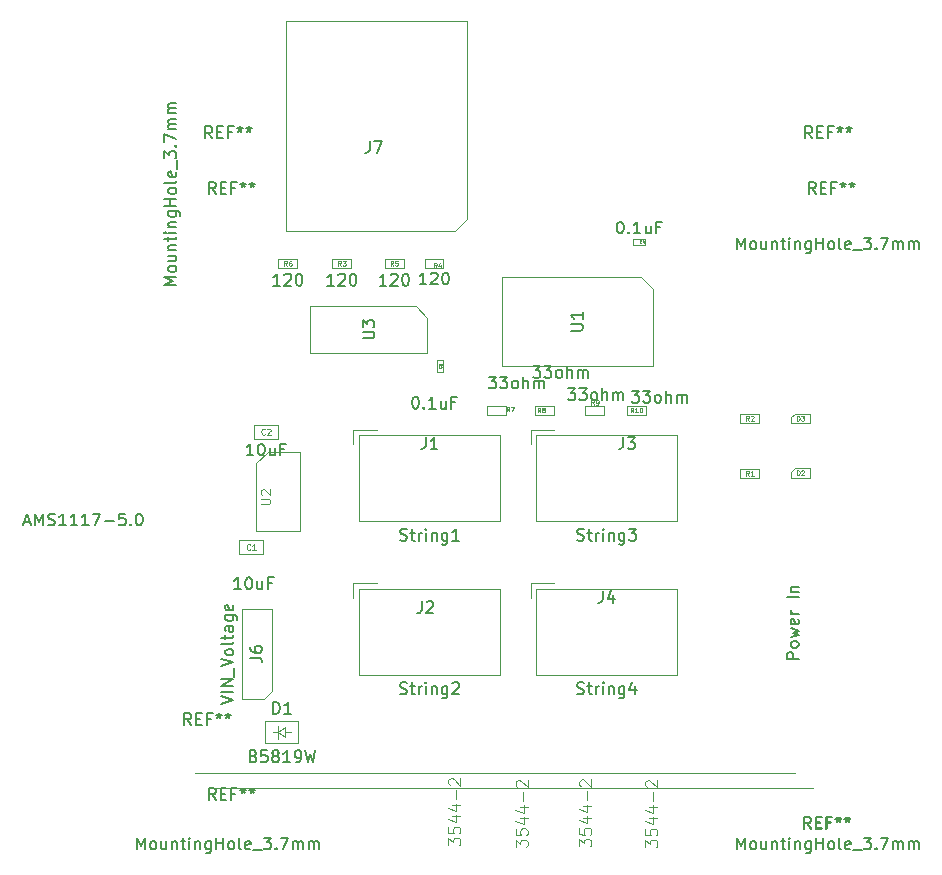
<source format=gbr>
G04 #@! TF.GenerationSoftware,KiCad,Pcbnew,(5.1.10)-1*
G04 #@! TF.CreationDate,2021-08-29T14:04:35-04:00*
G04 #@! TF.ProjectId,Receiver_Out,52656365-6976-4657-925f-4f75742e6b69,v1*
G04 #@! TF.SameCoordinates,Original*
G04 #@! TF.FileFunction,Other,Fab,Top*
%FSLAX46Y46*%
G04 Gerber Fmt 4.6, Leading zero omitted, Abs format (unit mm)*
G04 Created by KiCad (PCBNEW (5.1.10)-1) date 2021-08-29 14:04:35*
%MOMM*%
%LPD*%
G01*
G04 APERTURE LIST*
%ADD10C,0.120000*%
%ADD11C,0.100000*%
%ADD12C,0.150000*%
%ADD13C,0.040000*%
%ADD14C,0.060000*%
%ADD15C,0.080000*%
%ADD16C,0.152400*%
%ADD17C,0.050000*%
G04 APERTURE END LIST*
D10*
X71431000Y-142239800D02*
X122231000Y-142239800D01*
X69931000Y-140969800D02*
X120731000Y-140969800D01*
D11*
X108036000Y-95717800D02*
X108036000Y-96217800D01*
X108036000Y-96217800D02*
X107036000Y-96217800D01*
X107036000Y-96217800D02*
X107036000Y-95717800D01*
X107036000Y-95717800D02*
X108036000Y-95717800D01*
X108701000Y-99967800D02*
X108701000Y-106467800D01*
X108701000Y-106467800D02*
X95901000Y-106467800D01*
X95901000Y-106467800D02*
X95901000Y-98967800D01*
X95901000Y-98967800D02*
X107701000Y-98967800D01*
X107701000Y-98967800D02*
X108701000Y-99967800D01*
X116118000Y-115969800D02*
X116118000Y-115169800D01*
X116118000Y-115169800D02*
X117718000Y-115169800D01*
X117718000Y-115169800D02*
X117718000Y-115969800D01*
X117718000Y-115969800D02*
X116118000Y-115969800D01*
X75101000Y-114717800D02*
X76101000Y-113717800D01*
X75101000Y-114717800D02*
X75101000Y-120417800D01*
X76101000Y-113717800D02*
X78801000Y-113717800D01*
X75101000Y-120417800D02*
X78801000Y-120417800D01*
X78801000Y-113717800D02*
X78801000Y-120417800D01*
X108101000Y-109817800D02*
X108101000Y-110617800D01*
X108101000Y-110617800D02*
X106501000Y-110617800D01*
X106501000Y-110617800D02*
X106501000Y-109817800D01*
X106501000Y-109817800D02*
X108101000Y-109817800D01*
X104601000Y-109817800D02*
X104601000Y-110617800D01*
X104601000Y-110617800D02*
X103001000Y-110617800D01*
X103001000Y-110617800D02*
X103001000Y-109817800D01*
X103001000Y-109817800D02*
X104601000Y-109817800D01*
X98701000Y-110617800D02*
X98701000Y-109817800D01*
X98701000Y-109817800D02*
X100301000Y-109817800D01*
X100301000Y-109817800D02*
X100301000Y-110617800D01*
X100301000Y-110617800D02*
X98701000Y-110617800D01*
X94701000Y-110617800D02*
X94701000Y-109817800D01*
X94701000Y-109817800D02*
X96301000Y-109817800D01*
X96301000Y-109817800D02*
X96301000Y-110617800D01*
X96301000Y-110617800D02*
X94701000Y-110617800D01*
X77002000Y-98189800D02*
X77002000Y-97389800D01*
X77002000Y-97389800D02*
X78602000Y-97389800D01*
X78602000Y-97389800D02*
X78602000Y-98189800D01*
X78602000Y-98189800D02*
X77002000Y-98189800D01*
X86001000Y-98189800D02*
X86001000Y-97389800D01*
X86001000Y-97389800D02*
X87601000Y-97389800D01*
X87601000Y-97389800D02*
X87601000Y-98189800D01*
X87601000Y-98189800D02*
X86001000Y-98189800D01*
X90976000Y-97389800D02*
X90976000Y-98189800D01*
X90976000Y-98189800D02*
X89376000Y-98189800D01*
X89376000Y-98189800D02*
X89376000Y-97389800D01*
X89376000Y-97389800D02*
X90976000Y-97389800D01*
X83174000Y-97389800D02*
X83174000Y-98189800D01*
X83174000Y-98189800D02*
X81574000Y-98189800D01*
X81574000Y-98189800D02*
X81574000Y-97389800D01*
X81574000Y-97389800D02*
X83174000Y-97389800D01*
X116118000Y-111312801D02*
X116118000Y-110512801D01*
X116118000Y-110512801D02*
X117718000Y-110512801D01*
X117718000Y-110512801D02*
X117718000Y-111312801D01*
X117718000Y-111312801D02*
X116118000Y-111312801D01*
X122001000Y-110512801D02*
X120701000Y-110512801D01*
X120701000Y-110512801D02*
X120401000Y-110812801D01*
X120401000Y-110812801D02*
X120401000Y-111312801D01*
X120401000Y-111312801D02*
X122001000Y-111312801D01*
X122001000Y-111312801D02*
X122001000Y-110512801D01*
X122001000Y-115124800D02*
X120701000Y-115124800D01*
X120701000Y-115124800D02*
X120401000Y-115424800D01*
X120401000Y-115424800D02*
X120401000Y-115924800D01*
X120401000Y-115924800D02*
X122001000Y-115924800D01*
X122001000Y-115924800D02*
X122001000Y-115124800D01*
X77551000Y-137467800D02*
X78051000Y-137467800D01*
X77551000Y-137867800D02*
X76951000Y-137467800D01*
X77551000Y-137067800D02*
X77551000Y-137867800D01*
X76951000Y-137467800D02*
X77551000Y-137067800D01*
X76951000Y-137467800D02*
X76951000Y-138017800D01*
X76951000Y-137467800D02*
X76951000Y-136917800D01*
X76551000Y-137467800D02*
X76951000Y-137467800D01*
X75901000Y-138367800D02*
X75901000Y-136567800D01*
X78701000Y-138367800D02*
X75901000Y-138367800D01*
X78701000Y-136567800D02*
X78701000Y-138367800D01*
X75901000Y-136567800D02*
X78701000Y-136567800D01*
X90451000Y-105952800D02*
X90951000Y-105952800D01*
X90951000Y-105952800D02*
X90951000Y-106952800D01*
X90951000Y-106952800D02*
X90451000Y-106952800D01*
X90451000Y-106952800D02*
X90451000Y-105952800D01*
X89619000Y-102402800D02*
X89619000Y-105327800D01*
X89619000Y-105327800D02*
X79719000Y-105327800D01*
X79719000Y-105327800D02*
X79719000Y-101427800D01*
X79719000Y-101427800D02*
X88644000Y-101427800D01*
X88644000Y-101427800D02*
X89619000Y-102402800D01*
X76951000Y-111467800D02*
X76951000Y-112667800D01*
X76951000Y-112667800D02*
X74951000Y-112667800D01*
X74951000Y-112667800D02*
X74951000Y-111467800D01*
X74951000Y-111467800D02*
X76951000Y-111467800D01*
X73701000Y-122417800D02*
X73701000Y-121217800D01*
X73701000Y-121217800D02*
X75701000Y-121217800D01*
X75701000Y-121217800D02*
X75701000Y-122417800D01*
X75701000Y-122417800D02*
X73701000Y-122417800D01*
D10*
X92956000Y-77265800D02*
X92956000Y-94005800D01*
X77656000Y-77265800D02*
X92956000Y-77265800D01*
X77656000Y-95005800D02*
X77656000Y-77265800D01*
X91956000Y-95005800D02*
X77656000Y-95005800D01*
X92956000Y-94005800D02*
X91956000Y-95005800D01*
D11*
X75786000Y-134637800D02*
X73881000Y-134637800D01*
X73881000Y-134637800D02*
X73881000Y-127017800D01*
X73881000Y-127017800D02*
X76421000Y-127017800D01*
X76421000Y-127017800D02*
X76421000Y-134002800D01*
X76421000Y-134002800D02*
X75786000Y-134637800D01*
X98850000Y-112350000D02*
X98850000Y-119600000D01*
X98850000Y-119600000D02*
X110750000Y-119600000D01*
X110750000Y-119600000D02*
X110750000Y-112350000D01*
X110750000Y-112350000D02*
X98850000Y-112350000D01*
X98350000Y-113100000D02*
X98350000Y-111850000D01*
X98350000Y-111850000D02*
X100350000Y-111850000D01*
X98850000Y-125350000D02*
X98850000Y-132600000D01*
X98850000Y-132600000D02*
X110750000Y-132600000D01*
X110750000Y-132600000D02*
X110750000Y-125350000D01*
X110750000Y-125350000D02*
X98850000Y-125350000D01*
X98350000Y-126100000D02*
X98350000Y-124850000D01*
X98350000Y-124850000D02*
X100350000Y-124850000D01*
X83850000Y-125350000D02*
X83850000Y-132600000D01*
X83850000Y-132600000D02*
X95750000Y-132600000D01*
X95750000Y-132600000D02*
X95750000Y-125350000D01*
X95750000Y-125350000D02*
X83850000Y-125350000D01*
X83350000Y-126100000D02*
X83350000Y-124850000D01*
X83350000Y-124850000D02*
X85350000Y-124850000D01*
X83850000Y-112350000D02*
X83850000Y-119600000D01*
X83850000Y-119600000D02*
X95750000Y-119600000D01*
X95750000Y-119600000D02*
X95750000Y-112350000D01*
X95750000Y-112350000D02*
X83850000Y-112350000D01*
X83350000Y-113100000D02*
X83350000Y-111850000D01*
X83350000Y-111850000D02*
X85350000Y-111850000D01*
D12*
X105893142Y-94250180D02*
X105988380Y-94250180D01*
X106083619Y-94297800D01*
X106131238Y-94345419D01*
X106178857Y-94440657D01*
X106226476Y-94631133D01*
X106226476Y-94869228D01*
X106178857Y-95059704D01*
X106131238Y-95154942D01*
X106083619Y-95202561D01*
X105988380Y-95250180D01*
X105893142Y-95250180D01*
X105797904Y-95202561D01*
X105750285Y-95154942D01*
X105702666Y-95059704D01*
X105655047Y-94869228D01*
X105655047Y-94631133D01*
X105702666Y-94440657D01*
X105750285Y-94345419D01*
X105797904Y-94297800D01*
X105893142Y-94250180D01*
X106655047Y-95154942D02*
X106702666Y-95202561D01*
X106655047Y-95250180D01*
X106607428Y-95202561D01*
X106655047Y-95154942D01*
X106655047Y-95250180D01*
X107655047Y-95250180D02*
X107083619Y-95250180D01*
X107369333Y-95250180D02*
X107369333Y-94250180D01*
X107274095Y-94393038D01*
X107178857Y-94488276D01*
X107083619Y-94535895D01*
X108512190Y-94583514D02*
X108512190Y-95250180D01*
X108083619Y-94583514D02*
X108083619Y-95107323D01*
X108131238Y-95202561D01*
X108226476Y-95250180D01*
X108369333Y-95250180D01*
X108464571Y-95202561D01*
X108512190Y-95154942D01*
X109321714Y-94726371D02*
X108988380Y-94726371D01*
X108988380Y-95250180D02*
X108988380Y-94250180D01*
X109464571Y-94250180D01*
D13*
X107744333Y-96057085D02*
X107732428Y-96068990D01*
X107696714Y-96080895D01*
X107672904Y-96080895D01*
X107637190Y-96068990D01*
X107613380Y-96045180D01*
X107601476Y-96021371D01*
X107589571Y-95973752D01*
X107589571Y-95938038D01*
X107601476Y-95890419D01*
X107613380Y-95866609D01*
X107637190Y-95842800D01*
X107672904Y-95830895D01*
X107696714Y-95830895D01*
X107732428Y-95842800D01*
X107744333Y-95854704D01*
X107958619Y-95914228D02*
X107958619Y-96080895D01*
X107899095Y-95818990D02*
X107839571Y-95997561D01*
X107994333Y-95997561D01*
D12*
X101753380Y-103479704D02*
X102562904Y-103479704D01*
X102658142Y-103432085D01*
X102705761Y-103384466D01*
X102753380Y-103289228D01*
X102753380Y-103098752D01*
X102705761Y-103003514D01*
X102658142Y-102955895D01*
X102562904Y-102908276D01*
X101753380Y-102908276D01*
X102753380Y-101908276D02*
X102753380Y-102479704D01*
X102753380Y-102193990D02*
X101753380Y-102193990D01*
X101896238Y-102289228D01*
X101991476Y-102384466D01*
X102039095Y-102479704D01*
D14*
X116851333Y-115750752D02*
X116718000Y-115560276D01*
X116622761Y-115750752D02*
X116622761Y-115350752D01*
X116775142Y-115350752D01*
X116813238Y-115369800D01*
X116832285Y-115388847D01*
X116851333Y-115426942D01*
X116851333Y-115484085D01*
X116832285Y-115522180D01*
X116813238Y-115541228D01*
X116775142Y-115560276D01*
X116622761Y-115560276D01*
X117232285Y-115750752D02*
X117003714Y-115750752D01*
X117118000Y-115750752D02*
X117118000Y-115350752D01*
X117079904Y-115407895D01*
X117041809Y-115445990D01*
X117003714Y-115465038D01*
D12*
X55501000Y-119684466D02*
X55977190Y-119684466D01*
X55405761Y-119970180D02*
X55739095Y-118970180D01*
X56072428Y-119970180D01*
X56405761Y-119970180D02*
X56405761Y-118970180D01*
X56739095Y-119684466D01*
X57072428Y-118970180D01*
X57072428Y-119970180D01*
X57501000Y-119922561D02*
X57643857Y-119970180D01*
X57881952Y-119970180D01*
X57977190Y-119922561D01*
X58024809Y-119874942D01*
X58072428Y-119779704D01*
X58072428Y-119684466D01*
X58024809Y-119589228D01*
X57977190Y-119541609D01*
X57881952Y-119493990D01*
X57691476Y-119446371D01*
X57596238Y-119398752D01*
X57548619Y-119351133D01*
X57501000Y-119255895D01*
X57501000Y-119160657D01*
X57548619Y-119065419D01*
X57596238Y-119017800D01*
X57691476Y-118970180D01*
X57929571Y-118970180D01*
X58072428Y-119017800D01*
X59024809Y-119970180D02*
X58453380Y-119970180D01*
X58739095Y-119970180D02*
X58739095Y-118970180D01*
X58643857Y-119113038D01*
X58548619Y-119208276D01*
X58453380Y-119255895D01*
X59977190Y-119970180D02*
X59405761Y-119970180D01*
X59691476Y-119970180D02*
X59691476Y-118970180D01*
X59596238Y-119113038D01*
X59501000Y-119208276D01*
X59405761Y-119255895D01*
X60929571Y-119970180D02*
X60358142Y-119970180D01*
X60643857Y-119970180D02*
X60643857Y-118970180D01*
X60548619Y-119113038D01*
X60453380Y-119208276D01*
X60358142Y-119255895D01*
X61262904Y-118970180D02*
X61929571Y-118970180D01*
X61500999Y-119970180D01*
X62310523Y-119589228D02*
X63072428Y-119589228D01*
X64024809Y-118970180D02*
X63548619Y-118970180D01*
X63500999Y-119446371D01*
X63548619Y-119398752D01*
X63643857Y-119351133D01*
X63881952Y-119351133D01*
X63977190Y-119398752D01*
X64024809Y-119446371D01*
X64072428Y-119541609D01*
X64072428Y-119779704D01*
X64024809Y-119874942D01*
X63977190Y-119922561D01*
X63881952Y-119970180D01*
X63643857Y-119970180D01*
X63548619Y-119922561D01*
X63500999Y-119874942D01*
X64501000Y-119874942D02*
X64548619Y-119922561D01*
X64501000Y-119970180D01*
X64453380Y-119922561D01*
X64501000Y-119874942D01*
X64501000Y-119970180D01*
X65167666Y-118970180D02*
X65262904Y-118970180D01*
X65358142Y-119017800D01*
X65405761Y-119065419D01*
X65453380Y-119160657D01*
X65500999Y-119351133D01*
X65500999Y-119589228D01*
X65453380Y-119779704D01*
X65405761Y-119874942D01*
X65358142Y-119922561D01*
X65262904Y-119970180D01*
X65167666Y-119970180D01*
X65072428Y-119922561D01*
X65024809Y-119874942D01*
X64977190Y-119779704D01*
X64929571Y-119589228D01*
X64929571Y-119351133D01*
X64977190Y-119160657D01*
X65024809Y-119065419D01*
X65072428Y-119017800D01*
X65167666Y-118970180D01*
D10*
X75512904Y-118177323D02*
X76160523Y-118177323D01*
X76236714Y-118139228D01*
X76274809Y-118101133D01*
X76312904Y-118024942D01*
X76312904Y-117872561D01*
X76274809Y-117796371D01*
X76236714Y-117758276D01*
X76160523Y-117720180D01*
X75512904Y-117720180D01*
X75589095Y-117377323D02*
X75551000Y-117339228D01*
X75512904Y-117263038D01*
X75512904Y-117072561D01*
X75551000Y-116996371D01*
X75589095Y-116958276D01*
X75665285Y-116920180D01*
X75741476Y-116920180D01*
X75855761Y-116958276D01*
X76312904Y-117415419D01*
X76312904Y-116920180D01*
D12*
X106920047Y-108570180D02*
X107539095Y-108570180D01*
X107205761Y-108951133D01*
X107348619Y-108951133D01*
X107443857Y-108998752D01*
X107491476Y-109046371D01*
X107539095Y-109141609D01*
X107539095Y-109379704D01*
X107491476Y-109474942D01*
X107443857Y-109522561D01*
X107348619Y-109570180D01*
X107062904Y-109570180D01*
X106967666Y-109522561D01*
X106920047Y-109474942D01*
X107872428Y-108570180D02*
X108491476Y-108570180D01*
X108158142Y-108951133D01*
X108301000Y-108951133D01*
X108396238Y-108998752D01*
X108443857Y-109046371D01*
X108491476Y-109141609D01*
X108491476Y-109379704D01*
X108443857Y-109474942D01*
X108396238Y-109522561D01*
X108301000Y-109570180D01*
X108015285Y-109570180D01*
X107920047Y-109522561D01*
X107872428Y-109474942D01*
X109062904Y-109570180D02*
X108967666Y-109522561D01*
X108920047Y-109474942D01*
X108872428Y-109379704D01*
X108872428Y-109093990D01*
X108920047Y-108998752D01*
X108967666Y-108951133D01*
X109062904Y-108903514D01*
X109205761Y-108903514D01*
X109301000Y-108951133D01*
X109348619Y-108998752D01*
X109396238Y-109093990D01*
X109396238Y-109379704D01*
X109348619Y-109474942D01*
X109301000Y-109522561D01*
X109205761Y-109570180D01*
X109062904Y-109570180D01*
X109824809Y-109570180D02*
X109824809Y-108570180D01*
X110253380Y-109570180D02*
X110253380Y-109046371D01*
X110205761Y-108951133D01*
X110110523Y-108903514D01*
X109967666Y-108903514D01*
X109872428Y-108951133D01*
X109824809Y-108998752D01*
X110729571Y-109570180D02*
X110729571Y-108903514D01*
X110729571Y-108998752D02*
X110777190Y-108951133D01*
X110872428Y-108903514D01*
X111015285Y-108903514D01*
X111110523Y-108951133D01*
X111158142Y-109046371D01*
X111158142Y-109570180D01*
X111158142Y-109046371D02*
X111205761Y-108951133D01*
X111301000Y-108903514D01*
X111443857Y-108903514D01*
X111539095Y-108951133D01*
X111586714Y-109046371D01*
X111586714Y-109570180D01*
D14*
X107043857Y-110398752D02*
X106910523Y-110208276D01*
X106815285Y-110398752D02*
X106815285Y-109998752D01*
X106967666Y-109998752D01*
X107005761Y-110017800D01*
X107024809Y-110036847D01*
X107043857Y-110074942D01*
X107043857Y-110132085D01*
X107024809Y-110170180D01*
X107005761Y-110189228D01*
X106967666Y-110208276D01*
X106815285Y-110208276D01*
X107424809Y-110398752D02*
X107196238Y-110398752D01*
X107310523Y-110398752D02*
X107310523Y-109998752D01*
X107272428Y-110055895D01*
X107234333Y-110093990D01*
X107196238Y-110113038D01*
X107672428Y-109998752D02*
X107710523Y-109998752D01*
X107748619Y-110017800D01*
X107767666Y-110036847D01*
X107786714Y-110074942D01*
X107805761Y-110151133D01*
X107805761Y-110246371D01*
X107786714Y-110322561D01*
X107767666Y-110360657D01*
X107748619Y-110379704D01*
X107710523Y-110398752D01*
X107672428Y-110398752D01*
X107634333Y-110379704D01*
X107615285Y-110360657D01*
X107596238Y-110322561D01*
X107577190Y-110246371D01*
X107577190Y-110151133D01*
X107596238Y-110074942D01*
X107615285Y-110036847D01*
X107634333Y-110017800D01*
X107672428Y-109998752D01*
D12*
X101520047Y-108370180D02*
X102139095Y-108370180D01*
X101805761Y-108751133D01*
X101948619Y-108751133D01*
X102043857Y-108798752D01*
X102091476Y-108846371D01*
X102139095Y-108941609D01*
X102139095Y-109179704D01*
X102091476Y-109274942D01*
X102043857Y-109322561D01*
X101948619Y-109370180D01*
X101662904Y-109370180D01*
X101567666Y-109322561D01*
X101520047Y-109274942D01*
X102472428Y-108370180D02*
X103091476Y-108370180D01*
X102758142Y-108751133D01*
X102901000Y-108751133D01*
X102996238Y-108798752D01*
X103043857Y-108846371D01*
X103091476Y-108941609D01*
X103091476Y-109179704D01*
X103043857Y-109274942D01*
X102996238Y-109322561D01*
X102901000Y-109370180D01*
X102615285Y-109370180D01*
X102520047Y-109322561D01*
X102472428Y-109274942D01*
X103662904Y-109370180D02*
X103567666Y-109322561D01*
X103520047Y-109274942D01*
X103472428Y-109179704D01*
X103472428Y-108893990D01*
X103520047Y-108798752D01*
X103567666Y-108751133D01*
X103662904Y-108703514D01*
X103805761Y-108703514D01*
X103901000Y-108751133D01*
X103948619Y-108798752D01*
X103996238Y-108893990D01*
X103996238Y-109179704D01*
X103948619Y-109274942D01*
X103901000Y-109322561D01*
X103805761Y-109370180D01*
X103662904Y-109370180D01*
X104424809Y-109370180D02*
X104424809Y-108370180D01*
X104853380Y-109370180D02*
X104853380Y-108846371D01*
X104805761Y-108751133D01*
X104710523Y-108703514D01*
X104567666Y-108703514D01*
X104472428Y-108751133D01*
X104424809Y-108798752D01*
X105329571Y-109370180D02*
X105329571Y-108703514D01*
X105329571Y-108798752D02*
X105377190Y-108751133D01*
X105472428Y-108703514D01*
X105615285Y-108703514D01*
X105710523Y-108751133D01*
X105758142Y-108846371D01*
X105758142Y-109370180D01*
X105758142Y-108846371D02*
X105805761Y-108751133D01*
X105901000Y-108703514D01*
X106043857Y-108703514D01*
X106139095Y-108751133D01*
X106186714Y-108846371D01*
X106186714Y-109370180D01*
D14*
X103734333Y-109750751D02*
X103601000Y-109560275D01*
X103505761Y-109750751D02*
X103505761Y-109350751D01*
X103658142Y-109350751D01*
X103696238Y-109369799D01*
X103715285Y-109388846D01*
X103734333Y-109426941D01*
X103734333Y-109484084D01*
X103715285Y-109522179D01*
X103696238Y-109541227D01*
X103658142Y-109560275D01*
X103505761Y-109560275D01*
X103924809Y-109750751D02*
X104001000Y-109750751D01*
X104039095Y-109731703D01*
X104058142Y-109712656D01*
X104096238Y-109655513D01*
X104115285Y-109579322D01*
X104115285Y-109426941D01*
X104096238Y-109388846D01*
X104077190Y-109369799D01*
X104039095Y-109350751D01*
X103962904Y-109350751D01*
X103924809Y-109369799D01*
X103905761Y-109388846D01*
X103886714Y-109426941D01*
X103886714Y-109522179D01*
X103905761Y-109560275D01*
X103924809Y-109579322D01*
X103962904Y-109598370D01*
X104039095Y-109598370D01*
X104077190Y-109579322D01*
X104096238Y-109560275D01*
X104115285Y-109522179D01*
D12*
X98545047Y-106470180D02*
X99164095Y-106470180D01*
X98830761Y-106851133D01*
X98973619Y-106851133D01*
X99068857Y-106898752D01*
X99116476Y-106946371D01*
X99164095Y-107041609D01*
X99164095Y-107279704D01*
X99116476Y-107374942D01*
X99068857Y-107422561D01*
X98973619Y-107470180D01*
X98687904Y-107470180D01*
X98592666Y-107422561D01*
X98545047Y-107374942D01*
X99497428Y-106470180D02*
X100116476Y-106470180D01*
X99783142Y-106851133D01*
X99926000Y-106851133D01*
X100021238Y-106898752D01*
X100068857Y-106946371D01*
X100116476Y-107041609D01*
X100116476Y-107279704D01*
X100068857Y-107374942D01*
X100021238Y-107422561D01*
X99926000Y-107470180D01*
X99640285Y-107470180D01*
X99545047Y-107422561D01*
X99497428Y-107374942D01*
X100687904Y-107470180D02*
X100592666Y-107422561D01*
X100545047Y-107374942D01*
X100497428Y-107279704D01*
X100497428Y-106993990D01*
X100545047Y-106898752D01*
X100592666Y-106851133D01*
X100687904Y-106803514D01*
X100830761Y-106803514D01*
X100926000Y-106851133D01*
X100973619Y-106898752D01*
X101021238Y-106993990D01*
X101021238Y-107279704D01*
X100973619Y-107374942D01*
X100926000Y-107422561D01*
X100830761Y-107470180D01*
X100687904Y-107470180D01*
X101449809Y-107470180D02*
X101449809Y-106470180D01*
X101878380Y-107470180D02*
X101878380Y-106946371D01*
X101830761Y-106851133D01*
X101735523Y-106803514D01*
X101592666Y-106803514D01*
X101497428Y-106851133D01*
X101449809Y-106898752D01*
X102354571Y-107470180D02*
X102354571Y-106803514D01*
X102354571Y-106898752D02*
X102402190Y-106851133D01*
X102497428Y-106803514D01*
X102640285Y-106803514D01*
X102735523Y-106851133D01*
X102783142Y-106946371D01*
X102783142Y-107470180D01*
X102783142Y-106946371D02*
X102830761Y-106851133D01*
X102926000Y-106803514D01*
X103068857Y-106803514D01*
X103164095Y-106851133D01*
X103211714Y-106946371D01*
X103211714Y-107470180D01*
D14*
X99184333Y-110398752D02*
X99051000Y-110208276D01*
X98955761Y-110398752D02*
X98955761Y-109998752D01*
X99108142Y-109998752D01*
X99146238Y-110017800D01*
X99165285Y-110036847D01*
X99184333Y-110074942D01*
X99184333Y-110132085D01*
X99165285Y-110170180D01*
X99146238Y-110189228D01*
X99108142Y-110208276D01*
X98955761Y-110208276D01*
X99412904Y-110170180D02*
X99374809Y-110151133D01*
X99355761Y-110132085D01*
X99336714Y-110093990D01*
X99336714Y-110074942D01*
X99355761Y-110036847D01*
X99374809Y-110017800D01*
X99412904Y-109998752D01*
X99489095Y-109998752D01*
X99527190Y-110017800D01*
X99546238Y-110036847D01*
X99565285Y-110074942D01*
X99565285Y-110093990D01*
X99546238Y-110132085D01*
X99527190Y-110151133D01*
X99489095Y-110170180D01*
X99412904Y-110170180D01*
X99374809Y-110189228D01*
X99355761Y-110208276D01*
X99336714Y-110246371D01*
X99336714Y-110322561D01*
X99355761Y-110360657D01*
X99374809Y-110379704D01*
X99412904Y-110398752D01*
X99489095Y-110398752D01*
X99527190Y-110379704D01*
X99546238Y-110360657D01*
X99565285Y-110322561D01*
X99565285Y-110246371D01*
X99546238Y-110208276D01*
X99527190Y-110189228D01*
X99489095Y-110170180D01*
D12*
X94820047Y-107370180D02*
X95439095Y-107370180D01*
X95105761Y-107751133D01*
X95248619Y-107751133D01*
X95343857Y-107798752D01*
X95391476Y-107846371D01*
X95439095Y-107941609D01*
X95439095Y-108179704D01*
X95391476Y-108274942D01*
X95343857Y-108322561D01*
X95248619Y-108370180D01*
X94962904Y-108370180D01*
X94867666Y-108322561D01*
X94820047Y-108274942D01*
X95772428Y-107370180D02*
X96391476Y-107370180D01*
X96058142Y-107751133D01*
X96201000Y-107751133D01*
X96296238Y-107798752D01*
X96343857Y-107846371D01*
X96391476Y-107941609D01*
X96391476Y-108179704D01*
X96343857Y-108274942D01*
X96296238Y-108322561D01*
X96201000Y-108370180D01*
X95915285Y-108370180D01*
X95820047Y-108322561D01*
X95772428Y-108274942D01*
X96962904Y-108370180D02*
X96867666Y-108322561D01*
X96820047Y-108274942D01*
X96772428Y-108179704D01*
X96772428Y-107893990D01*
X96820047Y-107798752D01*
X96867666Y-107751133D01*
X96962904Y-107703514D01*
X97105761Y-107703514D01*
X97201000Y-107751133D01*
X97248619Y-107798752D01*
X97296238Y-107893990D01*
X97296238Y-108179704D01*
X97248619Y-108274942D01*
X97201000Y-108322561D01*
X97105761Y-108370180D01*
X96962904Y-108370180D01*
X97724809Y-108370180D02*
X97724809Y-107370180D01*
X98153380Y-108370180D02*
X98153380Y-107846371D01*
X98105761Y-107751133D01*
X98010523Y-107703514D01*
X97867666Y-107703514D01*
X97772428Y-107751133D01*
X97724809Y-107798752D01*
X98629571Y-108370180D02*
X98629571Y-107703514D01*
X98629571Y-107798752D02*
X98677190Y-107751133D01*
X98772428Y-107703514D01*
X98915285Y-107703514D01*
X99010523Y-107751133D01*
X99058142Y-107846371D01*
X99058142Y-108370180D01*
X99058142Y-107846371D02*
X99105761Y-107751133D01*
X99201000Y-107703514D01*
X99343857Y-107703514D01*
X99439095Y-107751133D01*
X99486714Y-107846371D01*
X99486714Y-108370180D01*
D14*
X96554333Y-110318752D02*
X96421000Y-110128276D01*
X96325761Y-110318752D02*
X96325761Y-109918752D01*
X96478142Y-109918752D01*
X96516238Y-109937800D01*
X96535285Y-109956847D01*
X96554333Y-109994942D01*
X96554333Y-110052085D01*
X96535285Y-110090180D01*
X96516238Y-110109228D01*
X96478142Y-110128276D01*
X96325761Y-110128276D01*
X96687666Y-109918752D02*
X96954333Y-109918752D01*
X96782904Y-110318752D01*
D12*
X77135333Y-99672180D02*
X76563904Y-99672180D01*
X76849619Y-99672180D02*
X76849619Y-98672180D01*
X76754380Y-98815038D01*
X76659142Y-98910276D01*
X76563904Y-98957895D01*
X77516285Y-98767419D02*
X77563904Y-98719800D01*
X77659142Y-98672180D01*
X77897238Y-98672180D01*
X77992476Y-98719800D01*
X78040095Y-98767419D01*
X78087714Y-98862657D01*
X78087714Y-98957895D01*
X78040095Y-99100752D01*
X77468666Y-99672180D01*
X78087714Y-99672180D01*
X78706761Y-98672180D02*
X78802000Y-98672180D01*
X78897238Y-98719800D01*
X78944857Y-98767419D01*
X78992476Y-98862657D01*
X79040095Y-99053133D01*
X79040095Y-99291228D01*
X78992476Y-99481704D01*
X78944857Y-99576942D01*
X78897238Y-99624561D01*
X78802000Y-99672180D01*
X78706761Y-99672180D01*
X78611523Y-99624561D01*
X78563904Y-99576942D01*
X78516285Y-99481704D01*
X78468666Y-99291228D01*
X78468666Y-99053133D01*
X78516285Y-98862657D01*
X78563904Y-98767419D01*
X78611523Y-98719800D01*
X78706761Y-98672180D01*
D14*
X77735333Y-97970752D02*
X77602000Y-97780276D01*
X77506761Y-97970752D02*
X77506761Y-97570752D01*
X77659142Y-97570752D01*
X77697238Y-97589800D01*
X77716285Y-97608847D01*
X77735333Y-97646942D01*
X77735333Y-97704085D01*
X77716285Y-97742180D01*
X77697238Y-97761228D01*
X77659142Y-97780276D01*
X77506761Y-97780276D01*
X78078190Y-97570752D02*
X78002000Y-97570752D01*
X77963904Y-97589800D01*
X77944857Y-97608847D01*
X77906761Y-97665990D01*
X77887714Y-97742180D01*
X77887714Y-97894561D01*
X77906761Y-97932657D01*
X77925809Y-97951704D01*
X77963904Y-97970752D01*
X78040095Y-97970752D01*
X78078190Y-97951704D01*
X78097238Y-97932657D01*
X78116285Y-97894561D01*
X78116285Y-97799323D01*
X78097238Y-97761228D01*
X78078190Y-97742180D01*
X78040095Y-97723133D01*
X77963904Y-97723133D01*
X77925809Y-97742180D01*
X77906761Y-97761228D01*
X77887714Y-97799323D01*
D12*
X86134333Y-99672180D02*
X85562904Y-99672180D01*
X85848619Y-99672180D02*
X85848619Y-98672180D01*
X85753380Y-98815038D01*
X85658142Y-98910276D01*
X85562904Y-98957895D01*
X86515285Y-98767419D02*
X86562904Y-98719800D01*
X86658142Y-98672180D01*
X86896238Y-98672180D01*
X86991476Y-98719800D01*
X87039095Y-98767419D01*
X87086714Y-98862657D01*
X87086714Y-98957895D01*
X87039095Y-99100752D01*
X86467666Y-99672180D01*
X87086714Y-99672180D01*
X87705761Y-98672180D02*
X87801000Y-98672180D01*
X87896238Y-98719800D01*
X87943857Y-98767419D01*
X87991476Y-98862657D01*
X88039095Y-99053133D01*
X88039095Y-99291228D01*
X87991476Y-99481704D01*
X87943857Y-99576942D01*
X87896238Y-99624561D01*
X87801000Y-99672180D01*
X87705761Y-99672180D01*
X87610523Y-99624561D01*
X87562904Y-99576942D01*
X87515285Y-99481704D01*
X87467666Y-99291228D01*
X87467666Y-99053133D01*
X87515285Y-98862657D01*
X87562904Y-98767419D01*
X87610523Y-98719800D01*
X87705761Y-98672180D01*
D14*
X86734333Y-97970752D02*
X86601000Y-97780276D01*
X86505761Y-97970752D02*
X86505761Y-97570752D01*
X86658142Y-97570752D01*
X86696238Y-97589800D01*
X86715285Y-97608847D01*
X86734333Y-97646942D01*
X86734333Y-97704085D01*
X86715285Y-97742180D01*
X86696238Y-97761228D01*
X86658142Y-97780276D01*
X86505761Y-97780276D01*
X87096238Y-97570752D02*
X86905761Y-97570752D01*
X86886714Y-97761228D01*
X86905761Y-97742180D01*
X86943857Y-97723133D01*
X87039095Y-97723133D01*
X87077190Y-97742180D01*
X87096238Y-97761228D01*
X87115285Y-97799323D01*
X87115285Y-97894561D01*
X87096238Y-97932657D01*
X87077190Y-97951704D01*
X87039095Y-97970752D01*
X86943857Y-97970752D01*
X86905761Y-97951704D01*
X86886714Y-97932657D01*
D12*
X89534333Y-99570180D02*
X88962904Y-99570180D01*
X89248619Y-99570180D02*
X89248619Y-98570180D01*
X89153380Y-98713038D01*
X89058142Y-98808276D01*
X88962904Y-98855895D01*
X89915285Y-98665419D02*
X89962904Y-98617800D01*
X90058142Y-98570180D01*
X90296238Y-98570180D01*
X90391476Y-98617800D01*
X90439095Y-98665419D01*
X90486714Y-98760657D01*
X90486714Y-98855895D01*
X90439095Y-98998752D01*
X89867666Y-99570180D01*
X90486714Y-99570180D01*
X91105761Y-98570180D02*
X91201000Y-98570180D01*
X91296238Y-98617800D01*
X91343857Y-98665419D01*
X91391476Y-98760657D01*
X91439095Y-98951133D01*
X91439095Y-99189228D01*
X91391476Y-99379704D01*
X91343857Y-99474942D01*
X91296238Y-99522561D01*
X91201000Y-99570180D01*
X91105761Y-99570180D01*
X91010523Y-99522561D01*
X90962904Y-99474942D01*
X90915285Y-99379704D01*
X90867666Y-99189228D01*
X90867666Y-98951133D01*
X90915285Y-98760657D01*
X90962904Y-98665419D01*
X91010523Y-98617800D01*
X91105761Y-98570180D01*
D14*
X90395333Y-98148752D02*
X90262000Y-97958276D01*
X90166761Y-98148752D02*
X90166761Y-97748752D01*
X90319142Y-97748752D01*
X90357238Y-97767800D01*
X90376285Y-97786847D01*
X90395333Y-97824942D01*
X90395333Y-97882085D01*
X90376285Y-97920180D01*
X90357238Y-97939228D01*
X90319142Y-97958276D01*
X90166761Y-97958276D01*
X90738190Y-97882085D02*
X90738190Y-98148752D01*
X90642952Y-97729704D02*
X90547714Y-98015419D01*
X90795333Y-98015419D01*
D12*
X81707333Y-99670180D02*
X81135904Y-99670180D01*
X81421619Y-99670180D02*
X81421619Y-98670180D01*
X81326380Y-98813038D01*
X81231142Y-98908276D01*
X81135904Y-98955895D01*
X82088285Y-98765419D02*
X82135904Y-98717800D01*
X82231142Y-98670180D01*
X82469238Y-98670180D01*
X82564476Y-98717800D01*
X82612095Y-98765419D01*
X82659714Y-98860657D01*
X82659714Y-98955895D01*
X82612095Y-99098752D01*
X82040666Y-99670180D01*
X82659714Y-99670180D01*
X83278761Y-98670180D02*
X83374000Y-98670180D01*
X83469238Y-98717800D01*
X83516857Y-98765419D01*
X83564476Y-98860657D01*
X83612095Y-99051133D01*
X83612095Y-99289228D01*
X83564476Y-99479704D01*
X83516857Y-99574942D01*
X83469238Y-99622561D01*
X83374000Y-99670180D01*
X83278761Y-99670180D01*
X83183523Y-99622561D01*
X83135904Y-99574942D01*
X83088285Y-99479704D01*
X83040666Y-99289228D01*
X83040666Y-99051133D01*
X83088285Y-98860657D01*
X83135904Y-98765419D01*
X83183523Y-98717800D01*
X83278761Y-98670180D01*
D14*
X82307333Y-97970752D02*
X82174000Y-97780276D01*
X82078761Y-97970752D02*
X82078761Y-97570752D01*
X82231142Y-97570752D01*
X82269238Y-97589800D01*
X82288285Y-97608847D01*
X82307333Y-97646942D01*
X82307333Y-97704085D01*
X82288285Y-97742180D01*
X82269238Y-97761228D01*
X82231142Y-97780276D01*
X82078761Y-97780276D01*
X82440666Y-97570752D02*
X82688285Y-97570752D01*
X82554952Y-97723133D01*
X82612095Y-97723133D01*
X82650190Y-97742180D01*
X82669238Y-97761228D01*
X82688285Y-97799323D01*
X82688285Y-97894561D01*
X82669238Y-97932657D01*
X82650190Y-97951704D01*
X82612095Y-97970752D01*
X82497809Y-97970752D01*
X82459714Y-97951704D01*
X82440666Y-97932657D01*
X116851333Y-111093753D02*
X116718000Y-110903277D01*
X116622761Y-111093753D02*
X116622761Y-110693753D01*
X116775142Y-110693753D01*
X116813238Y-110712801D01*
X116832285Y-110731848D01*
X116851333Y-110769943D01*
X116851333Y-110827086D01*
X116832285Y-110865181D01*
X116813238Y-110884229D01*
X116775142Y-110903277D01*
X116622761Y-110903277D01*
X117003714Y-110731848D02*
X117022761Y-110712801D01*
X117060857Y-110693753D01*
X117156095Y-110693753D01*
X117194190Y-110712801D01*
X117213238Y-110731848D01*
X117232285Y-110769943D01*
X117232285Y-110808039D01*
X117213238Y-110865181D01*
X116984666Y-111093753D01*
X117232285Y-111093753D01*
X120905761Y-111093753D02*
X120905761Y-110693753D01*
X121001000Y-110693753D01*
X121058142Y-110712801D01*
X121096238Y-110750896D01*
X121115285Y-110788991D01*
X121134333Y-110865181D01*
X121134333Y-110922324D01*
X121115285Y-110998515D01*
X121096238Y-111036610D01*
X121058142Y-111074705D01*
X121001000Y-111093753D01*
X120905761Y-111093753D01*
X121267666Y-110693753D02*
X121515285Y-110693753D01*
X121381952Y-110846134D01*
X121439095Y-110846134D01*
X121477190Y-110865181D01*
X121496238Y-110884229D01*
X121515285Y-110922324D01*
X121515285Y-111017562D01*
X121496238Y-111055658D01*
X121477190Y-111074705D01*
X121439095Y-111093753D01*
X121324809Y-111093753D01*
X121286714Y-111074705D01*
X121267666Y-111055658D01*
X120905761Y-115705752D02*
X120905761Y-115305752D01*
X121001000Y-115305752D01*
X121058142Y-115324800D01*
X121096238Y-115362895D01*
X121115285Y-115400990D01*
X121134333Y-115477180D01*
X121134333Y-115534323D01*
X121115285Y-115610514D01*
X121096238Y-115648609D01*
X121058142Y-115686704D01*
X121001000Y-115705752D01*
X120905761Y-115705752D01*
X121286714Y-115343847D02*
X121305761Y-115324800D01*
X121343857Y-115305752D01*
X121439095Y-115305752D01*
X121477190Y-115324800D01*
X121496238Y-115343847D01*
X121515285Y-115381942D01*
X121515285Y-115420038D01*
X121496238Y-115477180D01*
X121267666Y-115705752D01*
X121515285Y-115705752D01*
D12*
X74896238Y-139496371D02*
X75039095Y-139543990D01*
X75086714Y-139591609D01*
X75134333Y-139686847D01*
X75134333Y-139829704D01*
X75086714Y-139924942D01*
X75039095Y-139972561D01*
X74943857Y-140020180D01*
X74562904Y-140020180D01*
X74562904Y-139020180D01*
X74896238Y-139020180D01*
X74991476Y-139067800D01*
X75039095Y-139115419D01*
X75086714Y-139210657D01*
X75086714Y-139305895D01*
X75039095Y-139401133D01*
X74991476Y-139448752D01*
X74896238Y-139496371D01*
X74562904Y-139496371D01*
X76039095Y-139020180D02*
X75562904Y-139020180D01*
X75515285Y-139496371D01*
X75562904Y-139448752D01*
X75658142Y-139401133D01*
X75896238Y-139401133D01*
X75991476Y-139448752D01*
X76039095Y-139496371D01*
X76086714Y-139591609D01*
X76086714Y-139829704D01*
X76039095Y-139924942D01*
X75991476Y-139972561D01*
X75896238Y-140020180D01*
X75658142Y-140020180D01*
X75562904Y-139972561D01*
X75515285Y-139924942D01*
X76658142Y-139448752D02*
X76562904Y-139401133D01*
X76515285Y-139353514D01*
X76467666Y-139258276D01*
X76467666Y-139210657D01*
X76515285Y-139115419D01*
X76562904Y-139067800D01*
X76658142Y-139020180D01*
X76848619Y-139020180D01*
X76943857Y-139067800D01*
X76991476Y-139115419D01*
X77039095Y-139210657D01*
X77039095Y-139258276D01*
X76991476Y-139353514D01*
X76943857Y-139401133D01*
X76848619Y-139448752D01*
X76658142Y-139448752D01*
X76562904Y-139496371D01*
X76515285Y-139543990D01*
X76467666Y-139639228D01*
X76467666Y-139829704D01*
X76515285Y-139924942D01*
X76562904Y-139972561D01*
X76658142Y-140020180D01*
X76848619Y-140020180D01*
X76943857Y-139972561D01*
X76991476Y-139924942D01*
X77039095Y-139829704D01*
X77039095Y-139639228D01*
X76991476Y-139543990D01*
X76943857Y-139496371D01*
X76848619Y-139448752D01*
X77991476Y-140020180D02*
X77420047Y-140020180D01*
X77705761Y-140020180D02*
X77705761Y-139020180D01*
X77610523Y-139163038D01*
X77515285Y-139258276D01*
X77420047Y-139305895D01*
X78467666Y-140020180D02*
X78658142Y-140020180D01*
X78753380Y-139972561D01*
X78801000Y-139924942D01*
X78896238Y-139782085D01*
X78943857Y-139591609D01*
X78943857Y-139210657D01*
X78896238Y-139115419D01*
X78848619Y-139067800D01*
X78753380Y-139020180D01*
X78562904Y-139020180D01*
X78467666Y-139067800D01*
X78420047Y-139115419D01*
X78372428Y-139210657D01*
X78372428Y-139448752D01*
X78420047Y-139543990D01*
X78467666Y-139591609D01*
X78562904Y-139639228D01*
X78753380Y-139639228D01*
X78848619Y-139591609D01*
X78896238Y-139543990D01*
X78943857Y-139448752D01*
X79277190Y-139020180D02*
X79515285Y-140020180D01*
X79705761Y-139305895D01*
X79896238Y-140020180D01*
X80134333Y-139020180D01*
X76562904Y-135920180D02*
X76562904Y-134920180D01*
X76801000Y-134920180D01*
X76943857Y-134967800D01*
X77039095Y-135063038D01*
X77086714Y-135158276D01*
X77134333Y-135348752D01*
X77134333Y-135491609D01*
X77086714Y-135682085D01*
X77039095Y-135777323D01*
X76943857Y-135872561D01*
X76801000Y-135920180D01*
X76562904Y-135920180D01*
X78086714Y-135920180D02*
X77515285Y-135920180D01*
X77801000Y-135920180D02*
X77801000Y-134920180D01*
X77705761Y-135063038D01*
X77610523Y-135158276D01*
X77515285Y-135205895D01*
X88558142Y-109070180D02*
X88653380Y-109070180D01*
X88748619Y-109117800D01*
X88796238Y-109165419D01*
X88843857Y-109260657D01*
X88891476Y-109451133D01*
X88891476Y-109689228D01*
X88843857Y-109879704D01*
X88796238Y-109974942D01*
X88748619Y-110022561D01*
X88653380Y-110070180D01*
X88558142Y-110070180D01*
X88462904Y-110022561D01*
X88415285Y-109974942D01*
X88367666Y-109879704D01*
X88320047Y-109689228D01*
X88320047Y-109451133D01*
X88367666Y-109260657D01*
X88415285Y-109165419D01*
X88462904Y-109117800D01*
X88558142Y-109070180D01*
X89320047Y-109974942D02*
X89367666Y-110022561D01*
X89320047Y-110070180D01*
X89272428Y-110022561D01*
X89320047Y-109974942D01*
X89320047Y-110070180D01*
X90320047Y-110070180D02*
X89748619Y-110070180D01*
X90034333Y-110070180D02*
X90034333Y-109070180D01*
X89939095Y-109213038D01*
X89843857Y-109308276D01*
X89748619Y-109355895D01*
X91177190Y-109403514D02*
X91177190Y-110070180D01*
X90748619Y-109403514D02*
X90748619Y-109927323D01*
X90796238Y-110022561D01*
X90891476Y-110070180D01*
X91034333Y-110070180D01*
X91129571Y-110022561D01*
X91177190Y-109974942D01*
X91986714Y-109546371D02*
X91653380Y-109546371D01*
X91653380Y-110070180D02*
X91653380Y-109070180D01*
X92129571Y-109070180D01*
D13*
X90790285Y-106509466D02*
X90802190Y-106521371D01*
X90814095Y-106557085D01*
X90814095Y-106580895D01*
X90802190Y-106616609D01*
X90778380Y-106640419D01*
X90754571Y-106652323D01*
X90706952Y-106664228D01*
X90671238Y-106664228D01*
X90623619Y-106652323D01*
X90599809Y-106640419D01*
X90576000Y-106616609D01*
X90564095Y-106580895D01*
X90564095Y-106557085D01*
X90576000Y-106521371D01*
X90587904Y-106509466D01*
X90564095Y-106426133D02*
X90564095Y-106271371D01*
X90659333Y-106354704D01*
X90659333Y-106318990D01*
X90671238Y-106295180D01*
X90683142Y-106283276D01*
X90706952Y-106271371D01*
X90766476Y-106271371D01*
X90790285Y-106283276D01*
X90802190Y-106295180D01*
X90814095Y-106318990D01*
X90814095Y-106390419D01*
X90802190Y-106414228D01*
X90790285Y-106426133D01*
D12*
X84132333Y-104124466D02*
X84925666Y-104124466D01*
X85019000Y-104077800D01*
X85065666Y-104031133D01*
X85112333Y-103937800D01*
X85112333Y-103751133D01*
X85065666Y-103657800D01*
X85019000Y-103611133D01*
X84925666Y-103564466D01*
X84132333Y-103564466D01*
X84132333Y-103191133D02*
X84132333Y-102584466D01*
X84505666Y-102911133D01*
X84505666Y-102771133D01*
X84552333Y-102677800D01*
X84599000Y-102631133D01*
X84692333Y-102584466D01*
X84925666Y-102584466D01*
X85019000Y-102631133D01*
X85065666Y-102677800D01*
X85112333Y-102771133D01*
X85112333Y-103051133D01*
X85065666Y-103144466D01*
X85019000Y-103191133D01*
X74879571Y-114044180D02*
X74308142Y-114044180D01*
X74593857Y-114044180D02*
X74593857Y-113044180D01*
X74498619Y-113187038D01*
X74403380Y-113282276D01*
X74308142Y-113329895D01*
X75498619Y-113044180D02*
X75593857Y-113044180D01*
X75689095Y-113091800D01*
X75736714Y-113139419D01*
X75784333Y-113234657D01*
X75831952Y-113425133D01*
X75831952Y-113663228D01*
X75784333Y-113853704D01*
X75736714Y-113948942D01*
X75689095Y-113996561D01*
X75593857Y-114044180D01*
X75498619Y-114044180D01*
X75403380Y-113996561D01*
X75355761Y-113948942D01*
X75308142Y-113853704D01*
X75260523Y-113663228D01*
X75260523Y-113425133D01*
X75308142Y-113234657D01*
X75355761Y-113139419D01*
X75403380Y-113091800D01*
X75498619Y-113044180D01*
X76689095Y-113377514D02*
X76689095Y-114044180D01*
X76260523Y-113377514D02*
X76260523Y-113901323D01*
X76308142Y-113996561D01*
X76403380Y-114044180D01*
X76546238Y-114044180D01*
X76641476Y-113996561D01*
X76689095Y-113948942D01*
X77498619Y-113520371D02*
X77165285Y-113520371D01*
X77165285Y-114044180D02*
X77165285Y-113044180D01*
X77641476Y-113044180D01*
D15*
X75867666Y-112246371D02*
X75843857Y-112270180D01*
X75772428Y-112293990D01*
X75724809Y-112293990D01*
X75653380Y-112270180D01*
X75605761Y-112222561D01*
X75581952Y-112174942D01*
X75558142Y-112079704D01*
X75558142Y-112008276D01*
X75581952Y-111913038D01*
X75605761Y-111865419D01*
X75653380Y-111817800D01*
X75724809Y-111793990D01*
X75772428Y-111793990D01*
X75843857Y-111817800D01*
X75867666Y-111841609D01*
X76058142Y-111841609D02*
X76081952Y-111817800D01*
X76129571Y-111793990D01*
X76248619Y-111793990D01*
X76296238Y-111817800D01*
X76320047Y-111841609D01*
X76343857Y-111889228D01*
X76343857Y-111936847D01*
X76320047Y-112008276D01*
X76034333Y-112293990D01*
X76343857Y-112293990D01*
D12*
X73829571Y-125370180D02*
X73258142Y-125370180D01*
X73543857Y-125370180D02*
X73543857Y-124370180D01*
X73448619Y-124513038D01*
X73353380Y-124608276D01*
X73258142Y-124655895D01*
X74448619Y-124370180D02*
X74543857Y-124370180D01*
X74639095Y-124417800D01*
X74686714Y-124465419D01*
X74734333Y-124560657D01*
X74781952Y-124751133D01*
X74781952Y-124989228D01*
X74734333Y-125179704D01*
X74686714Y-125274942D01*
X74639095Y-125322561D01*
X74543857Y-125370180D01*
X74448619Y-125370180D01*
X74353380Y-125322561D01*
X74305761Y-125274942D01*
X74258142Y-125179704D01*
X74210523Y-124989228D01*
X74210523Y-124751133D01*
X74258142Y-124560657D01*
X74305761Y-124465419D01*
X74353380Y-124417800D01*
X74448619Y-124370180D01*
X75639095Y-124703514D02*
X75639095Y-125370180D01*
X75210523Y-124703514D02*
X75210523Y-125227323D01*
X75258142Y-125322561D01*
X75353380Y-125370180D01*
X75496238Y-125370180D01*
X75591476Y-125322561D01*
X75639095Y-125274942D01*
X76448619Y-124846371D02*
X76115285Y-124846371D01*
X76115285Y-125370180D02*
X76115285Y-124370180D01*
X76591476Y-124370180D01*
D15*
X74617666Y-121996371D02*
X74593857Y-122020180D01*
X74522428Y-122043990D01*
X74474809Y-122043990D01*
X74403380Y-122020180D01*
X74355761Y-121972561D01*
X74331952Y-121924942D01*
X74308142Y-121829704D01*
X74308142Y-121758276D01*
X74331952Y-121663038D01*
X74355761Y-121615419D01*
X74403380Y-121567800D01*
X74474809Y-121543990D01*
X74522428Y-121543990D01*
X74593857Y-121567800D01*
X74617666Y-121591609D01*
X75093857Y-122043990D02*
X74808142Y-122043990D01*
X74951000Y-122043990D02*
X74951000Y-121543990D01*
X74903380Y-121615419D01*
X74855761Y-121663038D01*
X74808142Y-121686847D01*
D12*
X84717666Y-87438180D02*
X84717666Y-88152466D01*
X84670047Y-88295323D01*
X84574809Y-88390561D01*
X84431952Y-88438180D01*
X84336714Y-88438180D01*
X85098619Y-87438180D02*
X85765285Y-87438180D01*
X85336714Y-88438180D01*
X72183380Y-135047895D02*
X73183380Y-134714561D01*
X72183380Y-134381228D01*
X73183380Y-134047895D02*
X72183380Y-134047895D01*
X73183380Y-133571704D02*
X72183380Y-133571704D01*
X73183380Y-133000276D01*
X72183380Y-133000276D01*
X73278619Y-132762180D02*
X73278619Y-132000276D01*
X72183380Y-131905038D02*
X73183380Y-131571704D01*
X72183380Y-131238371D01*
X73183380Y-130762180D02*
X73135761Y-130857419D01*
X73088142Y-130905038D01*
X72992904Y-130952657D01*
X72707190Y-130952657D01*
X72611952Y-130905038D01*
X72564333Y-130857419D01*
X72516714Y-130762180D01*
X72516714Y-130619323D01*
X72564333Y-130524085D01*
X72611952Y-130476466D01*
X72707190Y-130428847D01*
X72992904Y-130428847D01*
X73088142Y-130476466D01*
X73135761Y-130524085D01*
X73183380Y-130619323D01*
X73183380Y-130762180D01*
X73183380Y-129857419D02*
X73135761Y-129952657D01*
X73040523Y-130000276D01*
X72183380Y-130000276D01*
X72516714Y-129619323D02*
X72516714Y-129238371D01*
X72183380Y-129476466D02*
X73040523Y-129476466D01*
X73135761Y-129428847D01*
X73183380Y-129333609D01*
X73183380Y-129238371D01*
X73183380Y-128476466D02*
X72659571Y-128476466D01*
X72564333Y-128524085D01*
X72516714Y-128619323D01*
X72516714Y-128809800D01*
X72564333Y-128905038D01*
X73135761Y-128476466D02*
X73183380Y-128571704D01*
X73183380Y-128809800D01*
X73135761Y-128905038D01*
X73040523Y-128952657D01*
X72945285Y-128952657D01*
X72850047Y-128905038D01*
X72802428Y-128809800D01*
X72802428Y-128571704D01*
X72754809Y-128476466D01*
X72516714Y-127571704D02*
X73326238Y-127571704D01*
X73421476Y-127619323D01*
X73469095Y-127666942D01*
X73516714Y-127762180D01*
X73516714Y-127905038D01*
X73469095Y-128000276D01*
X73135761Y-127571704D02*
X73183380Y-127666942D01*
X73183380Y-127857419D01*
X73135761Y-127952657D01*
X73088142Y-128000276D01*
X72992904Y-128047895D01*
X72707190Y-128047895D01*
X72611952Y-128000276D01*
X72564333Y-127952657D01*
X72516714Y-127857419D01*
X72516714Y-127666942D01*
X72564333Y-127571704D01*
X73135761Y-126714561D02*
X73183380Y-126809800D01*
X73183380Y-127000276D01*
X73135761Y-127095514D01*
X73040523Y-127143133D01*
X72659571Y-127143133D01*
X72564333Y-127095514D01*
X72516714Y-127000276D01*
X72516714Y-126809800D01*
X72564333Y-126714561D01*
X72659571Y-126666942D01*
X72754809Y-126666942D01*
X72850047Y-127143133D01*
X74603380Y-131161133D02*
X75317666Y-131161133D01*
X75460523Y-131208752D01*
X75555761Y-131303990D01*
X75603380Y-131446847D01*
X75603380Y-131542085D01*
X74603380Y-130256371D02*
X74603380Y-130446847D01*
X74651000Y-130542085D01*
X74698619Y-130589704D01*
X74841476Y-130684942D01*
X75031952Y-130732561D01*
X75412904Y-130732561D01*
X75508142Y-130684942D01*
X75555761Y-130637323D01*
X75603380Y-130542085D01*
X75603380Y-130351609D01*
X75555761Y-130256371D01*
X75508142Y-130208752D01*
X75412904Y-130161133D01*
X75174809Y-130161133D01*
X75079571Y-130208752D01*
X75031952Y-130256371D01*
X74984333Y-130351609D01*
X74984333Y-130542085D01*
X75031952Y-130637323D01*
X75079571Y-130684942D01*
X75174809Y-130732561D01*
D16*
X121046180Y-131259019D02*
X120046180Y-131259019D01*
X120046180Y-130878066D01*
X120093800Y-130782828D01*
X120141419Y-130735209D01*
X120236657Y-130687590D01*
X120379514Y-130687590D01*
X120474752Y-130735209D01*
X120522371Y-130782828D01*
X120569990Y-130878066D01*
X120569990Y-131259019D01*
X121046180Y-130116161D02*
X120998561Y-130211400D01*
X120950942Y-130259019D01*
X120855704Y-130306638D01*
X120569990Y-130306638D01*
X120474752Y-130259019D01*
X120427133Y-130211400D01*
X120379514Y-130116161D01*
X120379514Y-129973304D01*
X120427133Y-129878066D01*
X120474752Y-129830447D01*
X120569990Y-129782828D01*
X120855704Y-129782828D01*
X120950942Y-129830447D01*
X120998561Y-129878066D01*
X121046180Y-129973304D01*
X121046180Y-130116161D01*
X120379514Y-129449495D02*
X121046180Y-129259019D01*
X120569990Y-129068542D01*
X121046180Y-128878066D01*
X120379514Y-128687590D01*
X120998561Y-127925685D02*
X121046180Y-128020923D01*
X121046180Y-128211400D01*
X120998561Y-128306638D01*
X120903323Y-128354257D01*
X120522371Y-128354257D01*
X120427133Y-128306638D01*
X120379514Y-128211400D01*
X120379514Y-128020923D01*
X120427133Y-127925685D01*
X120522371Y-127878066D01*
X120617609Y-127878066D01*
X120712847Y-128354257D01*
X121046180Y-127449495D02*
X120379514Y-127449495D01*
X120569990Y-127449495D02*
X120474752Y-127401876D01*
X120427133Y-127354257D01*
X120379514Y-127259019D01*
X120379514Y-127163780D01*
X121046180Y-126068542D02*
X120046180Y-126068542D01*
X120379514Y-125592352D02*
X121046180Y-125592352D01*
X120474752Y-125592352D02*
X120427133Y-125544733D01*
X120379514Y-125449495D01*
X120379514Y-125306638D01*
X120427133Y-125211400D01*
X120522371Y-125163780D01*
X121046180Y-125163780D01*
D12*
X122197666Y-87192180D02*
X121864333Y-86715990D01*
X121626238Y-87192180D02*
X121626238Y-86192180D01*
X122007190Y-86192180D01*
X122102428Y-86239800D01*
X122150047Y-86287419D01*
X122197666Y-86382657D01*
X122197666Y-86525514D01*
X122150047Y-86620752D01*
X122102428Y-86668371D01*
X122007190Y-86715990D01*
X121626238Y-86715990D01*
X122626238Y-86668371D02*
X122959571Y-86668371D01*
X123102428Y-87192180D02*
X122626238Y-87192180D01*
X122626238Y-86192180D01*
X123102428Y-86192180D01*
X123864333Y-86668371D02*
X123531000Y-86668371D01*
X123531000Y-87192180D02*
X123531000Y-86192180D01*
X124007190Y-86192180D01*
X124531000Y-86192180D02*
X124531000Y-86430276D01*
X124292904Y-86335038D02*
X124531000Y-86430276D01*
X124769095Y-86335038D01*
X124388142Y-86620752D02*
X124531000Y-86430276D01*
X124673857Y-86620752D01*
X125292904Y-86192180D02*
X125292904Y-86430276D01*
X125054809Y-86335038D02*
X125292904Y-86430276D01*
X125531000Y-86335038D01*
X125150047Y-86620752D02*
X125292904Y-86430276D01*
X125435761Y-86620752D01*
X115840523Y-96592180D02*
X115840523Y-95592180D01*
X116173857Y-96306466D01*
X116507190Y-95592180D01*
X116507190Y-96592180D01*
X117126238Y-96592180D02*
X117031000Y-96544561D01*
X116983380Y-96496942D01*
X116935761Y-96401704D01*
X116935761Y-96115990D01*
X116983380Y-96020752D01*
X117031000Y-95973133D01*
X117126238Y-95925514D01*
X117269095Y-95925514D01*
X117364333Y-95973133D01*
X117411952Y-96020752D01*
X117459571Y-96115990D01*
X117459571Y-96401704D01*
X117411952Y-96496942D01*
X117364333Y-96544561D01*
X117269095Y-96592180D01*
X117126238Y-96592180D01*
X118316714Y-95925514D02*
X118316714Y-96592180D01*
X117888142Y-95925514D02*
X117888142Y-96449323D01*
X117935761Y-96544561D01*
X118031000Y-96592180D01*
X118173857Y-96592180D01*
X118269095Y-96544561D01*
X118316714Y-96496942D01*
X118792904Y-95925514D02*
X118792904Y-96592180D01*
X118792904Y-96020752D02*
X118840523Y-95973133D01*
X118935761Y-95925514D01*
X119078619Y-95925514D01*
X119173857Y-95973133D01*
X119221476Y-96068371D01*
X119221476Y-96592180D01*
X119554809Y-95925514D02*
X119935761Y-95925514D01*
X119697666Y-95592180D02*
X119697666Y-96449323D01*
X119745285Y-96544561D01*
X119840523Y-96592180D01*
X119935761Y-96592180D01*
X120269095Y-96592180D02*
X120269095Y-95925514D01*
X120269095Y-95592180D02*
X120221476Y-95639800D01*
X120269095Y-95687419D01*
X120316714Y-95639800D01*
X120269095Y-95592180D01*
X120269095Y-95687419D01*
X120745285Y-95925514D02*
X120745285Y-96592180D01*
X120745285Y-96020752D02*
X120792904Y-95973133D01*
X120888142Y-95925514D01*
X121031000Y-95925514D01*
X121126238Y-95973133D01*
X121173857Y-96068371D01*
X121173857Y-96592180D01*
X122078619Y-95925514D02*
X122078619Y-96735038D01*
X122031000Y-96830276D01*
X121983380Y-96877895D01*
X121888142Y-96925514D01*
X121745285Y-96925514D01*
X121650047Y-96877895D01*
X122078619Y-96544561D02*
X121983380Y-96592180D01*
X121792904Y-96592180D01*
X121697666Y-96544561D01*
X121650047Y-96496942D01*
X121602428Y-96401704D01*
X121602428Y-96115990D01*
X121650047Y-96020752D01*
X121697666Y-95973133D01*
X121792904Y-95925514D01*
X121983380Y-95925514D01*
X122078619Y-95973133D01*
X122554809Y-96592180D02*
X122554809Y-95592180D01*
X122554809Y-96068371D02*
X123126238Y-96068371D01*
X123126238Y-96592180D02*
X123126238Y-95592180D01*
X123745285Y-96592180D02*
X123650047Y-96544561D01*
X123602428Y-96496942D01*
X123554809Y-96401704D01*
X123554809Y-96115990D01*
X123602428Y-96020752D01*
X123650047Y-95973133D01*
X123745285Y-95925514D01*
X123888142Y-95925514D01*
X123983380Y-95973133D01*
X124031000Y-96020752D01*
X124078619Y-96115990D01*
X124078619Y-96401704D01*
X124031000Y-96496942D01*
X123983380Y-96544561D01*
X123888142Y-96592180D01*
X123745285Y-96592180D01*
X124650047Y-96592180D02*
X124554809Y-96544561D01*
X124507190Y-96449323D01*
X124507190Y-95592180D01*
X125411952Y-96544561D02*
X125316714Y-96592180D01*
X125126238Y-96592180D01*
X125031000Y-96544561D01*
X124983380Y-96449323D01*
X124983380Y-96068371D01*
X125031000Y-95973133D01*
X125126238Y-95925514D01*
X125316714Y-95925514D01*
X125411952Y-95973133D01*
X125459571Y-96068371D01*
X125459571Y-96163609D01*
X124983380Y-96258847D01*
X125650047Y-96687419D02*
X126411952Y-96687419D01*
X126554809Y-95592180D02*
X127173857Y-95592180D01*
X126840523Y-95973133D01*
X126983380Y-95973133D01*
X127078619Y-96020752D01*
X127126238Y-96068371D01*
X127173857Y-96163609D01*
X127173857Y-96401704D01*
X127126238Y-96496942D01*
X127078619Y-96544561D01*
X126983380Y-96592180D01*
X126697666Y-96592180D01*
X126602428Y-96544561D01*
X126554809Y-96496942D01*
X127602428Y-96496942D02*
X127650047Y-96544561D01*
X127602428Y-96592180D01*
X127554809Y-96544561D01*
X127602428Y-96496942D01*
X127602428Y-96592180D01*
X127983380Y-95592180D02*
X128650047Y-95592180D01*
X128221476Y-96592180D01*
X129030999Y-96592180D02*
X129030999Y-95925514D01*
X129030999Y-96020752D02*
X129078619Y-95973133D01*
X129173857Y-95925514D01*
X129316714Y-95925514D01*
X129411952Y-95973133D01*
X129459571Y-96068371D01*
X129459571Y-96592180D01*
X129459571Y-96068371D02*
X129507190Y-95973133D01*
X129602428Y-95925514D01*
X129745285Y-95925514D01*
X129840523Y-95973133D01*
X129888142Y-96068371D01*
X129888142Y-96592180D01*
X130364333Y-96592180D02*
X130364333Y-95925514D01*
X130364333Y-96020752D02*
X130411952Y-95973133D01*
X130507190Y-95925514D01*
X130650047Y-95925514D01*
X130745285Y-95973133D01*
X130792904Y-96068371D01*
X130792904Y-96592180D01*
X130792904Y-96068371D02*
X130840523Y-95973133D01*
X130935761Y-95925514D01*
X131078619Y-95925514D01*
X131173857Y-95973133D01*
X131221476Y-96068371D01*
X131221476Y-96592180D01*
X122497666Y-91892180D02*
X122164333Y-91415990D01*
X121926238Y-91892180D02*
X121926238Y-90892180D01*
X122307190Y-90892180D01*
X122402428Y-90939800D01*
X122450047Y-90987419D01*
X122497666Y-91082657D01*
X122497666Y-91225514D01*
X122450047Y-91320752D01*
X122402428Y-91368371D01*
X122307190Y-91415990D01*
X121926238Y-91415990D01*
X122926238Y-91368371D02*
X123259571Y-91368371D01*
X123402428Y-91892180D02*
X122926238Y-91892180D01*
X122926238Y-90892180D01*
X123402428Y-90892180D01*
X124164333Y-91368371D02*
X123831000Y-91368371D01*
X123831000Y-91892180D02*
X123831000Y-90892180D01*
X124307190Y-90892180D01*
X124831000Y-90892180D02*
X124831000Y-91130276D01*
X124592904Y-91035038D02*
X124831000Y-91130276D01*
X125069095Y-91035038D01*
X124688142Y-91320752D02*
X124831000Y-91130276D01*
X124973857Y-91320752D01*
X125592904Y-90892180D02*
X125592904Y-91130276D01*
X125354809Y-91035038D02*
X125592904Y-91130276D01*
X125831000Y-91035038D01*
X125450047Y-91320752D02*
X125592904Y-91130276D01*
X125735761Y-91320752D01*
X71397666Y-87192180D02*
X71064333Y-86715990D01*
X70826238Y-87192180D02*
X70826238Y-86192180D01*
X71207190Y-86192180D01*
X71302428Y-86239800D01*
X71350047Y-86287419D01*
X71397666Y-86382657D01*
X71397666Y-86525514D01*
X71350047Y-86620752D01*
X71302428Y-86668371D01*
X71207190Y-86715990D01*
X70826238Y-86715990D01*
X71826238Y-86668371D02*
X72159571Y-86668371D01*
X72302428Y-87192180D02*
X71826238Y-87192180D01*
X71826238Y-86192180D01*
X72302428Y-86192180D01*
X73064333Y-86668371D02*
X72731000Y-86668371D01*
X72731000Y-87192180D02*
X72731000Y-86192180D01*
X73207190Y-86192180D01*
X73731000Y-86192180D02*
X73731000Y-86430276D01*
X73492904Y-86335038D02*
X73731000Y-86430276D01*
X73969095Y-86335038D01*
X73588142Y-86620752D02*
X73731000Y-86430276D01*
X73873857Y-86620752D01*
X74492904Y-86192180D02*
X74492904Y-86430276D01*
X74254809Y-86335038D02*
X74492904Y-86430276D01*
X74731000Y-86335038D01*
X74350047Y-86620752D02*
X74492904Y-86430276D01*
X74635761Y-86620752D01*
X68353380Y-99608276D02*
X67353380Y-99608276D01*
X68067666Y-99274942D01*
X67353380Y-98941609D01*
X68353380Y-98941609D01*
X68353380Y-98322561D02*
X68305761Y-98417800D01*
X68258142Y-98465419D01*
X68162904Y-98513038D01*
X67877190Y-98513038D01*
X67781952Y-98465419D01*
X67734333Y-98417800D01*
X67686714Y-98322561D01*
X67686714Y-98179704D01*
X67734333Y-98084466D01*
X67781952Y-98036847D01*
X67877190Y-97989228D01*
X68162904Y-97989228D01*
X68258142Y-98036847D01*
X68305761Y-98084466D01*
X68353380Y-98179704D01*
X68353380Y-98322561D01*
X67686714Y-97132085D02*
X68353380Y-97132085D01*
X67686714Y-97560657D02*
X68210523Y-97560657D01*
X68305761Y-97513038D01*
X68353380Y-97417800D01*
X68353380Y-97274942D01*
X68305761Y-97179704D01*
X68258142Y-97132085D01*
X67686714Y-96655895D02*
X68353380Y-96655895D01*
X67781952Y-96655895D02*
X67734333Y-96608276D01*
X67686714Y-96513038D01*
X67686714Y-96370180D01*
X67734333Y-96274942D01*
X67829571Y-96227323D01*
X68353380Y-96227323D01*
X67686714Y-95893990D02*
X67686714Y-95513038D01*
X67353380Y-95751133D02*
X68210523Y-95751133D01*
X68305761Y-95703514D01*
X68353380Y-95608276D01*
X68353380Y-95513038D01*
X68353380Y-95179704D02*
X67686714Y-95179704D01*
X67353380Y-95179704D02*
X67401000Y-95227323D01*
X67448619Y-95179704D01*
X67401000Y-95132085D01*
X67353380Y-95179704D01*
X67448619Y-95179704D01*
X67686714Y-94703514D02*
X68353380Y-94703514D01*
X67781952Y-94703514D02*
X67734333Y-94655895D01*
X67686714Y-94560657D01*
X67686714Y-94417800D01*
X67734333Y-94322561D01*
X67829571Y-94274942D01*
X68353380Y-94274942D01*
X67686714Y-93370180D02*
X68496238Y-93370180D01*
X68591476Y-93417800D01*
X68639095Y-93465419D01*
X68686714Y-93560657D01*
X68686714Y-93703514D01*
X68639095Y-93798752D01*
X68305761Y-93370180D02*
X68353380Y-93465419D01*
X68353380Y-93655895D01*
X68305761Y-93751133D01*
X68258142Y-93798752D01*
X68162904Y-93846371D01*
X67877190Y-93846371D01*
X67781952Y-93798752D01*
X67734333Y-93751133D01*
X67686714Y-93655895D01*
X67686714Y-93465419D01*
X67734333Y-93370180D01*
X68353380Y-92893990D02*
X67353380Y-92893990D01*
X67829571Y-92893990D02*
X67829571Y-92322561D01*
X68353380Y-92322561D02*
X67353380Y-92322561D01*
X68353380Y-91703514D02*
X68305761Y-91798752D01*
X68258142Y-91846371D01*
X68162904Y-91893990D01*
X67877190Y-91893990D01*
X67781952Y-91846371D01*
X67734333Y-91798752D01*
X67686714Y-91703514D01*
X67686714Y-91560657D01*
X67734333Y-91465419D01*
X67781952Y-91417800D01*
X67877190Y-91370180D01*
X68162904Y-91370180D01*
X68258142Y-91417800D01*
X68305761Y-91465419D01*
X68353380Y-91560657D01*
X68353380Y-91703514D01*
X68353380Y-90798752D02*
X68305761Y-90893990D01*
X68210523Y-90941609D01*
X67353380Y-90941609D01*
X68305761Y-90036847D02*
X68353380Y-90132085D01*
X68353380Y-90322561D01*
X68305761Y-90417800D01*
X68210523Y-90465419D01*
X67829571Y-90465419D01*
X67734333Y-90417800D01*
X67686714Y-90322561D01*
X67686714Y-90132085D01*
X67734333Y-90036847D01*
X67829571Y-89989228D01*
X67924809Y-89989228D01*
X68020047Y-90465419D01*
X68448619Y-89798752D02*
X68448619Y-89036847D01*
X67353380Y-88893990D02*
X67353380Y-88274942D01*
X67734333Y-88608276D01*
X67734333Y-88465419D01*
X67781952Y-88370180D01*
X67829571Y-88322561D01*
X67924809Y-88274942D01*
X68162904Y-88274942D01*
X68258142Y-88322561D01*
X68305761Y-88370180D01*
X68353380Y-88465419D01*
X68353380Y-88751133D01*
X68305761Y-88846371D01*
X68258142Y-88893990D01*
X68258142Y-87846371D02*
X68305761Y-87798752D01*
X68353380Y-87846371D01*
X68305761Y-87893990D01*
X68258142Y-87846371D01*
X68353380Y-87846371D01*
X67353380Y-87465419D02*
X67353380Y-86798752D01*
X68353380Y-87227323D01*
X68353380Y-86417800D02*
X67686714Y-86417800D01*
X67781952Y-86417800D02*
X67734333Y-86370180D01*
X67686714Y-86274942D01*
X67686714Y-86132085D01*
X67734333Y-86036847D01*
X67829571Y-85989228D01*
X68353380Y-85989228D01*
X67829571Y-85989228D02*
X67734333Y-85941609D01*
X67686714Y-85846371D01*
X67686714Y-85703514D01*
X67734333Y-85608276D01*
X67829571Y-85560657D01*
X68353380Y-85560657D01*
X68353380Y-85084466D02*
X67686714Y-85084466D01*
X67781952Y-85084466D02*
X67734333Y-85036847D01*
X67686714Y-84941609D01*
X67686714Y-84798752D01*
X67734333Y-84703514D01*
X67829571Y-84655895D01*
X68353380Y-84655895D01*
X67829571Y-84655895D02*
X67734333Y-84608276D01*
X67686714Y-84513038D01*
X67686714Y-84370180D01*
X67734333Y-84274942D01*
X67829571Y-84227323D01*
X68353380Y-84227323D01*
X71697666Y-91892180D02*
X71364333Y-91415990D01*
X71126238Y-91892180D02*
X71126238Y-90892180D01*
X71507190Y-90892180D01*
X71602428Y-90939800D01*
X71650047Y-90987419D01*
X71697666Y-91082657D01*
X71697666Y-91225514D01*
X71650047Y-91320752D01*
X71602428Y-91368371D01*
X71507190Y-91415990D01*
X71126238Y-91415990D01*
X72126238Y-91368371D02*
X72459571Y-91368371D01*
X72602428Y-91892180D02*
X72126238Y-91892180D01*
X72126238Y-90892180D01*
X72602428Y-90892180D01*
X73364333Y-91368371D02*
X73031000Y-91368371D01*
X73031000Y-91892180D02*
X73031000Y-90892180D01*
X73507190Y-90892180D01*
X74031000Y-90892180D02*
X74031000Y-91130276D01*
X73792904Y-91035038D02*
X74031000Y-91130276D01*
X74269095Y-91035038D01*
X73888142Y-91320752D02*
X74031000Y-91130276D01*
X74173857Y-91320752D01*
X74792904Y-90892180D02*
X74792904Y-91130276D01*
X74554809Y-91035038D02*
X74792904Y-91130276D01*
X75031000Y-91035038D01*
X74650047Y-91320752D02*
X74792904Y-91130276D01*
X74935761Y-91320752D01*
X122067666Y-145645180D02*
X121734333Y-145168990D01*
X121496238Y-145645180D02*
X121496238Y-144645180D01*
X121877190Y-144645180D01*
X121972428Y-144692800D01*
X122020047Y-144740419D01*
X122067666Y-144835657D01*
X122067666Y-144978514D01*
X122020047Y-145073752D01*
X121972428Y-145121371D01*
X121877190Y-145168990D01*
X121496238Y-145168990D01*
X122496238Y-145121371D02*
X122829571Y-145121371D01*
X122972428Y-145645180D02*
X122496238Y-145645180D01*
X122496238Y-144645180D01*
X122972428Y-144645180D01*
X123734333Y-145121371D02*
X123401000Y-145121371D01*
X123401000Y-145645180D02*
X123401000Y-144645180D01*
X123877190Y-144645180D01*
X124401000Y-144645180D02*
X124401000Y-144883276D01*
X124162904Y-144788038D02*
X124401000Y-144883276D01*
X124639095Y-144788038D01*
X124258142Y-145073752D02*
X124401000Y-144883276D01*
X124543857Y-145073752D01*
X125162904Y-144645180D02*
X125162904Y-144883276D01*
X124924809Y-144788038D02*
X125162904Y-144883276D01*
X125401000Y-144788038D01*
X125020047Y-145073752D02*
X125162904Y-144883276D01*
X125305761Y-145073752D01*
X115840523Y-147392180D02*
X115840523Y-146392180D01*
X116173857Y-147106466D01*
X116507190Y-146392180D01*
X116507190Y-147392180D01*
X117126238Y-147392180D02*
X117031000Y-147344561D01*
X116983380Y-147296942D01*
X116935761Y-147201704D01*
X116935761Y-146915990D01*
X116983380Y-146820752D01*
X117031000Y-146773133D01*
X117126238Y-146725514D01*
X117269095Y-146725514D01*
X117364333Y-146773133D01*
X117411952Y-146820752D01*
X117459571Y-146915990D01*
X117459571Y-147201704D01*
X117411952Y-147296942D01*
X117364333Y-147344561D01*
X117269095Y-147392180D01*
X117126238Y-147392180D01*
X118316714Y-146725514D02*
X118316714Y-147392180D01*
X117888142Y-146725514D02*
X117888142Y-147249323D01*
X117935761Y-147344561D01*
X118031000Y-147392180D01*
X118173857Y-147392180D01*
X118269095Y-147344561D01*
X118316714Y-147296942D01*
X118792904Y-146725514D02*
X118792904Y-147392180D01*
X118792904Y-146820752D02*
X118840523Y-146773133D01*
X118935761Y-146725514D01*
X119078619Y-146725514D01*
X119173857Y-146773133D01*
X119221476Y-146868371D01*
X119221476Y-147392180D01*
X119554809Y-146725514D02*
X119935761Y-146725514D01*
X119697666Y-146392180D02*
X119697666Y-147249323D01*
X119745285Y-147344561D01*
X119840523Y-147392180D01*
X119935761Y-147392180D01*
X120269095Y-147392180D02*
X120269095Y-146725514D01*
X120269095Y-146392180D02*
X120221476Y-146439800D01*
X120269095Y-146487419D01*
X120316714Y-146439800D01*
X120269095Y-146392180D01*
X120269095Y-146487419D01*
X120745285Y-146725514D02*
X120745285Y-147392180D01*
X120745285Y-146820752D02*
X120792904Y-146773133D01*
X120888142Y-146725514D01*
X121031000Y-146725514D01*
X121126238Y-146773133D01*
X121173857Y-146868371D01*
X121173857Y-147392180D01*
X122078619Y-146725514D02*
X122078619Y-147535038D01*
X122031000Y-147630276D01*
X121983380Y-147677895D01*
X121888142Y-147725514D01*
X121745285Y-147725514D01*
X121650047Y-147677895D01*
X122078619Y-147344561D02*
X121983380Y-147392180D01*
X121792904Y-147392180D01*
X121697666Y-147344561D01*
X121650047Y-147296942D01*
X121602428Y-147201704D01*
X121602428Y-146915990D01*
X121650047Y-146820752D01*
X121697666Y-146773133D01*
X121792904Y-146725514D01*
X121983380Y-146725514D01*
X122078619Y-146773133D01*
X122554809Y-147392180D02*
X122554809Y-146392180D01*
X122554809Y-146868371D02*
X123126238Y-146868371D01*
X123126238Y-147392180D02*
X123126238Y-146392180D01*
X123745285Y-147392180D02*
X123650047Y-147344561D01*
X123602428Y-147296942D01*
X123554809Y-147201704D01*
X123554809Y-146915990D01*
X123602428Y-146820752D01*
X123650047Y-146773133D01*
X123745285Y-146725514D01*
X123888142Y-146725514D01*
X123983380Y-146773133D01*
X124031000Y-146820752D01*
X124078619Y-146915990D01*
X124078619Y-147201704D01*
X124031000Y-147296942D01*
X123983380Y-147344561D01*
X123888142Y-147392180D01*
X123745285Y-147392180D01*
X124650047Y-147392180D02*
X124554809Y-147344561D01*
X124507190Y-147249323D01*
X124507190Y-146392180D01*
X125411952Y-147344561D02*
X125316714Y-147392180D01*
X125126238Y-147392180D01*
X125031000Y-147344561D01*
X124983380Y-147249323D01*
X124983380Y-146868371D01*
X125031000Y-146773133D01*
X125126238Y-146725514D01*
X125316714Y-146725514D01*
X125411952Y-146773133D01*
X125459571Y-146868371D01*
X125459571Y-146963609D01*
X124983380Y-147058847D01*
X125650047Y-147487419D02*
X126411952Y-147487419D01*
X126554809Y-146392180D02*
X127173857Y-146392180D01*
X126840523Y-146773133D01*
X126983380Y-146773133D01*
X127078619Y-146820752D01*
X127126238Y-146868371D01*
X127173857Y-146963609D01*
X127173857Y-147201704D01*
X127126238Y-147296942D01*
X127078619Y-147344561D01*
X126983380Y-147392180D01*
X126697666Y-147392180D01*
X126602428Y-147344561D01*
X126554809Y-147296942D01*
X127602428Y-147296942D02*
X127650047Y-147344561D01*
X127602428Y-147392180D01*
X127554809Y-147344561D01*
X127602428Y-147296942D01*
X127602428Y-147392180D01*
X127983380Y-146392180D02*
X128650047Y-146392180D01*
X128221476Y-147392180D01*
X129030999Y-147392180D02*
X129030999Y-146725514D01*
X129030999Y-146820752D02*
X129078619Y-146773133D01*
X129173857Y-146725514D01*
X129316714Y-146725514D01*
X129411952Y-146773133D01*
X129459571Y-146868371D01*
X129459571Y-147392180D01*
X129459571Y-146868371D02*
X129507190Y-146773133D01*
X129602428Y-146725514D01*
X129745285Y-146725514D01*
X129840523Y-146773133D01*
X129888142Y-146868371D01*
X129888142Y-147392180D01*
X130364333Y-147392180D02*
X130364333Y-146725514D01*
X130364333Y-146820752D02*
X130411952Y-146773133D01*
X130507190Y-146725514D01*
X130650047Y-146725514D01*
X130745285Y-146773133D01*
X130792904Y-146868371D01*
X130792904Y-147392180D01*
X130792904Y-146868371D02*
X130840523Y-146773133D01*
X130935761Y-146725514D01*
X131078619Y-146725514D01*
X131173857Y-146773133D01*
X131221476Y-146868371D01*
X131221476Y-147392180D01*
X122092666Y-145620180D02*
X121759333Y-145143990D01*
X121521238Y-145620180D02*
X121521238Y-144620180D01*
X121902190Y-144620180D01*
X121997428Y-144667800D01*
X122045047Y-144715419D01*
X122092666Y-144810657D01*
X122092666Y-144953514D01*
X122045047Y-145048752D01*
X121997428Y-145096371D01*
X121902190Y-145143990D01*
X121521238Y-145143990D01*
X122521238Y-145096371D02*
X122854571Y-145096371D01*
X122997428Y-145620180D02*
X122521238Y-145620180D01*
X122521238Y-144620180D01*
X122997428Y-144620180D01*
X123759333Y-145096371D02*
X123426000Y-145096371D01*
X123426000Y-145620180D02*
X123426000Y-144620180D01*
X123902190Y-144620180D01*
X124426000Y-144620180D02*
X124426000Y-144858276D01*
X124187904Y-144763038D02*
X124426000Y-144858276D01*
X124664095Y-144763038D01*
X124283142Y-145048752D02*
X124426000Y-144858276D01*
X124568857Y-145048752D01*
X125187904Y-144620180D02*
X125187904Y-144858276D01*
X124949809Y-144763038D02*
X125187904Y-144858276D01*
X125426000Y-144763038D01*
X125045047Y-145048752D02*
X125187904Y-144858276D01*
X125330761Y-145048752D01*
X69619666Y-136850180D02*
X69286333Y-136373990D01*
X69048238Y-136850180D02*
X69048238Y-135850180D01*
X69429190Y-135850180D01*
X69524428Y-135897800D01*
X69572047Y-135945419D01*
X69619666Y-136040657D01*
X69619666Y-136183514D01*
X69572047Y-136278752D01*
X69524428Y-136326371D01*
X69429190Y-136373990D01*
X69048238Y-136373990D01*
X70048238Y-136326371D02*
X70381571Y-136326371D01*
X70524428Y-136850180D02*
X70048238Y-136850180D01*
X70048238Y-135850180D01*
X70524428Y-135850180D01*
X71286333Y-136326371D02*
X70953000Y-136326371D01*
X70953000Y-136850180D02*
X70953000Y-135850180D01*
X71429190Y-135850180D01*
X71953000Y-135850180D02*
X71953000Y-136088276D01*
X71714904Y-135993038D02*
X71953000Y-136088276D01*
X72191095Y-135993038D01*
X71810142Y-136278752D02*
X71953000Y-136088276D01*
X72095857Y-136278752D01*
X72714904Y-135850180D02*
X72714904Y-136088276D01*
X72476809Y-135993038D02*
X72714904Y-136088276D01*
X72953000Y-135993038D01*
X72572047Y-136278752D02*
X72714904Y-136088276D01*
X72857761Y-136278752D01*
X65040523Y-147392180D02*
X65040523Y-146392180D01*
X65373857Y-147106466D01*
X65707190Y-146392180D01*
X65707190Y-147392180D01*
X66326238Y-147392180D02*
X66230999Y-147344561D01*
X66183380Y-147296942D01*
X66135761Y-147201704D01*
X66135761Y-146915990D01*
X66183380Y-146820752D01*
X66230999Y-146773133D01*
X66326238Y-146725514D01*
X66469095Y-146725514D01*
X66564333Y-146773133D01*
X66611952Y-146820752D01*
X66659571Y-146915990D01*
X66659571Y-147201704D01*
X66611952Y-147296942D01*
X66564333Y-147344561D01*
X66469095Y-147392180D01*
X66326238Y-147392180D01*
X67516714Y-146725514D02*
X67516714Y-147392180D01*
X67088142Y-146725514D02*
X67088142Y-147249323D01*
X67135761Y-147344561D01*
X67231000Y-147392180D01*
X67373857Y-147392180D01*
X67469095Y-147344561D01*
X67516714Y-147296942D01*
X67992904Y-146725514D02*
X67992904Y-147392180D01*
X67992904Y-146820752D02*
X68040523Y-146773133D01*
X68135761Y-146725514D01*
X68278619Y-146725514D01*
X68373857Y-146773133D01*
X68421476Y-146868371D01*
X68421476Y-147392180D01*
X68754809Y-146725514D02*
X69135761Y-146725514D01*
X68897666Y-146392180D02*
X68897666Y-147249323D01*
X68945285Y-147344561D01*
X69040523Y-147392180D01*
X69135761Y-147392180D01*
X69469095Y-147392180D02*
X69469095Y-146725514D01*
X69469095Y-146392180D02*
X69421476Y-146439800D01*
X69469095Y-146487419D01*
X69516714Y-146439800D01*
X69469095Y-146392180D01*
X69469095Y-146487419D01*
X69945285Y-146725514D02*
X69945285Y-147392180D01*
X69945285Y-146820752D02*
X69992904Y-146773133D01*
X70088142Y-146725514D01*
X70231000Y-146725514D01*
X70326238Y-146773133D01*
X70373857Y-146868371D01*
X70373857Y-147392180D01*
X71278619Y-146725514D02*
X71278619Y-147535038D01*
X71231000Y-147630276D01*
X71183380Y-147677895D01*
X71088142Y-147725514D01*
X70945285Y-147725514D01*
X70850047Y-147677895D01*
X71278619Y-147344561D02*
X71183380Y-147392180D01*
X70992904Y-147392180D01*
X70897666Y-147344561D01*
X70850047Y-147296942D01*
X70802428Y-147201704D01*
X70802428Y-146915990D01*
X70850047Y-146820752D01*
X70897666Y-146773133D01*
X70992904Y-146725514D01*
X71183380Y-146725514D01*
X71278619Y-146773133D01*
X71754809Y-147392180D02*
X71754809Y-146392180D01*
X71754809Y-146868371D02*
X72326238Y-146868371D01*
X72326238Y-147392180D02*
X72326238Y-146392180D01*
X72945285Y-147392180D02*
X72850047Y-147344561D01*
X72802428Y-147296942D01*
X72754809Y-147201704D01*
X72754809Y-146915990D01*
X72802428Y-146820752D01*
X72850047Y-146773133D01*
X72945285Y-146725514D01*
X73088142Y-146725514D01*
X73183380Y-146773133D01*
X73231000Y-146820752D01*
X73278619Y-146915990D01*
X73278619Y-147201704D01*
X73231000Y-147296942D01*
X73183380Y-147344561D01*
X73088142Y-147392180D01*
X72945285Y-147392180D01*
X73850047Y-147392180D02*
X73754809Y-147344561D01*
X73707190Y-147249323D01*
X73707190Y-146392180D01*
X74611952Y-147344561D02*
X74516714Y-147392180D01*
X74326238Y-147392180D01*
X74231000Y-147344561D01*
X74183380Y-147249323D01*
X74183380Y-146868371D01*
X74231000Y-146773133D01*
X74326238Y-146725514D01*
X74516714Y-146725514D01*
X74611952Y-146773133D01*
X74659571Y-146868371D01*
X74659571Y-146963609D01*
X74183380Y-147058847D01*
X74850047Y-147487419D02*
X75611952Y-147487419D01*
X75754809Y-146392180D02*
X76373857Y-146392180D01*
X76040523Y-146773133D01*
X76183380Y-146773133D01*
X76278619Y-146820752D01*
X76326238Y-146868371D01*
X76373857Y-146963609D01*
X76373857Y-147201704D01*
X76326238Y-147296942D01*
X76278619Y-147344561D01*
X76183380Y-147392180D01*
X75897666Y-147392180D01*
X75802428Y-147344561D01*
X75754809Y-147296942D01*
X76802428Y-147296942D02*
X76850047Y-147344561D01*
X76802428Y-147392180D01*
X76754809Y-147344561D01*
X76802428Y-147296942D01*
X76802428Y-147392180D01*
X77183380Y-146392180D02*
X77850047Y-146392180D01*
X77421476Y-147392180D01*
X78230999Y-147392180D02*
X78230999Y-146725514D01*
X78230999Y-146820752D02*
X78278619Y-146773133D01*
X78373857Y-146725514D01*
X78516714Y-146725514D01*
X78611952Y-146773133D01*
X78659571Y-146868371D01*
X78659571Y-147392180D01*
X78659571Y-146868371D02*
X78707190Y-146773133D01*
X78802428Y-146725514D01*
X78945285Y-146725514D01*
X79040523Y-146773133D01*
X79088142Y-146868371D01*
X79088142Y-147392180D01*
X79564333Y-147392180D02*
X79564333Y-146725514D01*
X79564333Y-146820752D02*
X79611952Y-146773133D01*
X79707190Y-146725514D01*
X79850047Y-146725514D01*
X79945285Y-146773133D01*
X79992904Y-146868371D01*
X79992904Y-147392180D01*
X79992904Y-146868371D02*
X80040523Y-146773133D01*
X80135761Y-146725514D01*
X80278619Y-146725514D01*
X80373857Y-146773133D01*
X80421476Y-146868371D01*
X80421476Y-147392180D01*
X71697666Y-143200180D02*
X71364333Y-142723990D01*
X71126238Y-143200180D02*
X71126238Y-142200180D01*
X71507190Y-142200180D01*
X71602428Y-142247800D01*
X71650047Y-142295419D01*
X71697666Y-142390657D01*
X71697666Y-142533514D01*
X71650047Y-142628752D01*
X71602428Y-142676371D01*
X71507190Y-142723990D01*
X71126238Y-142723990D01*
X72126238Y-142676371D02*
X72459571Y-142676371D01*
X72602428Y-143200180D02*
X72126238Y-143200180D01*
X72126238Y-142200180D01*
X72602428Y-142200180D01*
X73364333Y-142676371D02*
X73031000Y-142676371D01*
X73031000Y-143200180D02*
X73031000Y-142200180D01*
X73507190Y-142200180D01*
X74031000Y-142200180D02*
X74031000Y-142438276D01*
X73792904Y-142343038D02*
X74031000Y-142438276D01*
X74269095Y-142343038D01*
X73888142Y-142628752D02*
X74031000Y-142438276D01*
X74173857Y-142628752D01*
X74792904Y-142200180D02*
X74792904Y-142438276D01*
X74554809Y-142343038D02*
X74792904Y-142438276D01*
X75031000Y-142343038D01*
X74650047Y-142628752D02*
X74792904Y-142438276D01*
X74935761Y-142628752D01*
X102300000Y-121204761D02*
X102442857Y-121252380D01*
X102680952Y-121252380D01*
X102776190Y-121204761D01*
X102823809Y-121157142D01*
X102871428Y-121061904D01*
X102871428Y-120966666D01*
X102823809Y-120871428D01*
X102776190Y-120823809D01*
X102680952Y-120776190D01*
X102490476Y-120728571D01*
X102395238Y-120680952D01*
X102347619Y-120633333D01*
X102300000Y-120538095D01*
X102300000Y-120442857D01*
X102347619Y-120347619D01*
X102395238Y-120300000D01*
X102490476Y-120252380D01*
X102728571Y-120252380D01*
X102871428Y-120300000D01*
X103157142Y-120585714D02*
X103538095Y-120585714D01*
X103300000Y-120252380D02*
X103300000Y-121109523D01*
X103347619Y-121204761D01*
X103442857Y-121252380D01*
X103538095Y-121252380D01*
X103871428Y-121252380D02*
X103871428Y-120585714D01*
X103871428Y-120776190D02*
X103919047Y-120680952D01*
X103966666Y-120633333D01*
X104061904Y-120585714D01*
X104157142Y-120585714D01*
X104490476Y-121252380D02*
X104490476Y-120585714D01*
X104490476Y-120252380D02*
X104442857Y-120300000D01*
X104490476Y-120347619D01*
X104538095Y-120300000D01*
X104490476Y-120252380D01*
X104490476Y-120347619D01*
X104966666Y-120585714D02*
X104966666Y-121252380D01*
X104966666Y-120680952D02*
X105014285Y-120633333D01*
X105109523Y-120585714D01*
X105252380Y-120585714D01*
X105347619Y-120633333D01*
X105395238Y-120728571D01*
X105395238Y-121252380D01*
X106300000Y-120585714D02*
X106300000Y-121395238D01*
X106252380Y-121490476D01*
X106204761Y-121538095D01*
X106109523Y-121585714D01*
X105966666Y-121585714D01*
X105871428Y-121538095D01*
X106300000Y-121204761D02*
X106204761Y-121252380D01*
X106014285Y-121252380D01*
X105919047Y-121204761D01*
X105871428Y-121157142D01*
X105823809Y-121061904D01*
X105823809Y-120776190D01*
X105871428Y-120680952D01*
X105919047Y-120633333D01*
X106014285Y-120585714D01*
X106204761Y-120585714D01*
X106300000Y-120633333D01*
X106680952Y-120252380D02*
X107300000Y-120252380D01*
X106966666Y-120633333D01*
X107109523Y-120633333D01*
X107204761Y-120680952D01*
X107252380Y-120728571D01*
X107300000Y-120823809D01*
X107300000Y-121061904D01*
X107252380Y-121157142D01*
X107204761Y-121204761D01*
X107109523Y-121252380D01*
X106823809Y-121252380D01*
X106728571Y-121204761D01*
X106680952Y-121157142D01*
X106186666Y-112502380D02*
X106186666Y-113216666D01*
X106139047Y-113359523D01*
X106043809Y-113454761D01*
X105900952Y-113502380D01*
X105805714Y-113502380D01*
X106567619Y-112502380D02*
X107186666Y-112502380D01*
X106853333Y-112883333D01*
X106996190Y-112883333D01*
X107091428Y-112930952D01*
X107139047Y-112978571D01*
X107186666Y-113073809D01*
X107186666Y-113311904D01*
X107139047Y-113407142D01*
X107091428Y-113454761D01*
X106996190Y-113502380D01*
X106710476Y-113502380D01*
X106615238Y-113454761D01*
X106567619Y-113407142D01*
D17*
X102487380Y-147141142D02*
X102487380Y-146522095D01*
X102868333Y-146855428D01*
X102868333Y-146712571D01*
X102915952Y-146617333D01*
X102963571Y-146569714D01*
X103058809Y-146522095D01*
X103296904Y-146522095D01*
X103392142Y-146569714D01*
X103439761Y-146617333D01*
X103487380Y-146712571D01*
X103487380Y-146998285D01*
X103439761Y-147093523D01*
X103392142Y-147141142D01*
X102487380Y-145617333D02*
X102487380Y-146093523D01*
X102963571Y-146141142D01*
X102915952Y-146093523D01*
X102868333Y-145998285D01*
X102868333Y-145760190D01*
X102915952Y-145664952D01*
X102963571Y-145617333D01*
X103058809Y-145569714D01*
X103296904Y-145569714D01*
X103392142Y-145617333D01*
X103439761Y-145664952D01*
X103487380Y-145760190D01*
X103487380Y-145998285D01*
X103439761Y-146093523D01*
X103392142Y-146141142D01*
X102820714Y-144712571D02*
X103487380Y-144712571D01*
X102439761Y-144950666D02*
X103154047Y-145188761D01*
X103154047Y-144569714D01*
X102820714Y-143760190D02*
X103487380Y-143760190D01*
X102439761Y-143998285D02*
X103154047Y-144236380D01*
X103154047Y-143617333D01*
X103106428Y-143236380D02*
X103106428Y-142474476D01*
X102582619Y-142045904D02*
X102535000Y-141998285D01*
X102487380Y-141903047D01*
X102487380Y-141664952D01*
X102535000Y-141569714D01*
X102582619Y-141522095D01*
X102677857Y-141474476D01*
X102773095Y-141474476D01*
X102915952Y-141522095D01*
X103487380Y-142093523D01*
X103487380Y-141474476D01*
D12*
X102300000Y-134204761D02*
X102442857Y-134252380D01*
X102680952Y-134252380D01*
X102776190Y-134204761D01*
X102823809Y-134157142D01*
X102871428Y-134061904D01*
X102871428Y-133966666D01*
X102823809Y-133871428D01*
X102776190Y-133823809D01*
X102680952Y-133776190D01*
X102490476Y-133728571D01*
X102395238Y-133680952D01*
X102347619Y-133633333D01*
X102300000Y-133538095D01*
X102300000Y-133442857D01*
X102347619Y-133347619D01*
X102395238Y-133300000D01*
X102490476Y-133252380D01*
X102728571Y-133252380D01*
X102871428Y-133300000D01*
X103157142Y-133585714D02*
X103538095Y-133585714D01*
X103300000Y-133252380D02*
X103300000Y-134109523D01*
X103347619Y-134204761D01*
X103442857Y-134252380D01*
X103538095Y-134252380D01*
X103871428Y-134252380D02*
X103871428Y-133585714D01*
X103871428Y-133776190D02*
X103919047Y-133680952D01*
X103966666Y-133633333D01*
X104061904Y-133585714D01*
X104157142Y-133585714D01*
X104490476Y-134252380D02*
X104490476Y-133585714D01*
X104490476Y-133252380D02*
X104442857Y-133300000D01*
X104490476Y-133347619D01*
X104538095Y-133300000D01*
X104490476Y-133252380D01*
X104490476Y-133347619D01*
X104966666Y-133585714D02*
X104966666Y-134252380D01*
X104966666Y-133680952D02*
X105014285Y-133633333D01*
X105109523Y-133585714D01*
X105252380Y-133585714D01*
X105347619Y-133633333D01*
X105395238Y-133728571D01*
X105395238Y-134252380D01*
X106300000Y-133585714D02*
X106300000Y-134395238D01*
X106252380Y-134490476D01*
X106204761Y-134538095D01*
X106109523Y-134585714D01*
X105966666Y-134585714D01*
X105871428Y-134538095D01*
X106300000Y-134204761D02*
X106204761Y-134252380D01*
X106014285Y-134252380D01*
X105919047Y-134204761D01*
X105871428Y-134157142D01*
X105823809Y-134061904D01*
X105823809Y-133776190D01*
X105871428Y-133680952D01*
X105919047Y-133633333D01*
X106014285Y-133585714D01*
X106204761Y-133585714D01*
X106300000Y-133633333D01*
X107204761Y-133585714D02*
X107204761Y-134252380D01*
X106966666Y-133204761D02*
X106728571Y-133919047D01*
X107347619Y-133919047D01*
X104466666Y-125502380D02*
X104466666Y-126216666D01*
X104419047Y-126359523D01*
X104323809Y-126454761D01*
X104180952Y-126502380D01*
X104085714Y-126502380D01*
X105371428Y-125835714D02*
X105371428Y-126502380D01*
X105133333Y-125454761D02*
X104895238Y-126169047D01*
X105514285Y-126169047D01*
X87300000Y-134204761D02*
X87442857Y-134252380D01*
X87680952Y-134252380D01*
X87776190Y-134204761D01*
X87823809Y-134157142D01*
X87871428Y-134061904D01*
X87871428Y-133966666D01*
X87823809Y-133871428D01*
X87776190Y-133823809D01*
X87680952Y-133776190D01*
X87490476Y-133728571D01*
X87395238Y-133680952D01*
X87347619Y-133633333D01*
X87300000Y-133538095D01*
X87300000Y-133442857D01*
X87347619Y-133347619D01*
X87395238Y-133300000D01*
X87490476Y-133252380D01*
X87728571Y-133252380D01*
X87871428Y-133300000D01*
X88157142Y-133585714D02*
X88538095Y-133585714D01*
X88300000Y-133252380D02*
X88300000Y-134109523D01*
X88347619Y-134204761D01*
X88442857Y-134252380D01*
X88538095Y-134252380D01*
X88871428Y-134252380D02*
X88871428Y-133585714D01*
X88871428Y-133776190D02*
X88919047Y-133680952D01*
X88966666Y-133633333D01*
X89061904Y-133585714D01*
X89157142Y-133585714D01*
X89490476Y-134252380D02*
X89490476Y-133585714D01*
X89490476Y-133252380D02*
X89442857Y-133300000D01*
X89490476Y-133347619D01*
X89538095Y-133300000D01*
X89490476Y-133252380D01*
X89490476Y-133347619D01*
X89966666Y-133585714D02*
X89966666Y-134252380D01*
X89966666Y-133680952D02*
X90014285Y-133633333D01*
X90109523Y-133585714D01*
X90252380Y-133585714D01*
X90347619Y-133633333D01*
X90395238Y-133728571D01*
X90395238Y-134252380D01*
X91300000Y-133585714D02*
X91300000Y-134395238D01*
X91252380Y-134490476D01*
X91204761Y-134538095D01*
X91109523Y-134585714D01*
X90966666Y-134585714D01*
X90871428Y-134538095D01*
X91300000Y-134204761D02*
X91204761Y-134252380D01*
X91014285Y-134252380D01*
X90919047Y-134204761D01*
X90871428Y-134157142D01*
X90823809Y-134061904D01*
X90823809Y-133776190D01*
X90871428Y-133680952D01*
X90919047Y-133633333D01*
X91014285Y-133585714D01*
X91204761Y-133585714D01*
X91300000Y-133633333D01*
X91728571Y-133347619D02*
X91776190Y-133300000D01*
X91871428Y-133252380D01*
X92109523Y-133252380D01*
X92204761Y-133300000D01*
X92252380Y-133347619D01*
X92300000Y-133442857D01*
X92300000Y-133538095D01*
X92252380Y-133680952D01*
X91680952Y-134252380D01*
X92300000Y-134252380D01*
X89125166Y-126393680D02*
X89125166Y-127107966D01*
X89077547Y-127250823D01*
X88982309Y-127346061D01*
X88839452Y-127393680D01*
X88744214Y-127393680D01*
X89553738Y-126488919D02*
X89601357Y-126441300D01*
X89696595Y-126393680D01*
X89934690Y-126393680D01*
X90029928Y-126441300D01*
X90077547Y-126488919D01*
X90125166Y-126584157D01*
X90125166Y-126679395D01*
X90077547Y-126822252D01*
X89506119Y-127393680D01*
X90125166Y-127393680D01*
X87300000Y-121204761D02*
X87442857Y-121252380D01*
X87680952Y-121252380D01*
X87776190Y-121204761D01*
X87823809Y-121157142D01*
X87871428Y-121061904D01*
X87871428Y-120966666D01*
X87823809Y-120871428D01*
X87776190Y-120823809D01*
X87680952Y-120776190D01*
X87490476Y-120728571D01*
X87395238Y-120680952D01*
X87347619Y-120633333D01*
X87300000Y-120538095D01*
X87300000Y-120442857D01*
X87347619Y-120347619D01*
X87395238Y-120300000D01*
X87490476Y-120252380D01*
X87728571Y-120252380D01*
X87871428Y-120300000D01*
X88157142Y-120585714D02*
X88538095Y-120585714D01*
X88300000Y-120252380D02*
X88300000Y-121109523D01*
X88347619Y-121204761D01*
X88442857Y-121252380D01*
X88538095Y-121252380D01*
X88871428Y-121252380D02*
X88871428Y-120585714D01*
X88871428Y-120776190D02*
X88919047Y-120680952D01*
X88966666Y-120633333D01*
X89061904Y-120585714D01*
X89157142Y-120585714D01*
X89490476Y-121252380D02*
X89490476Y-120585714D01*
X89490476Y-120252380D02*
X89442857Y-120300000D01*
X89490476Y-120347619D01*
X89538095Y-120300000D01*
X89490476Y-120252380D01*
X89490476Y-120347619D01*
X89966666Y-120585714D02*
X89966666Y-121252380D01*
X89966666Y-120680952D02*
X90014285Y-120633333D01*
X90109523Y-120585714D01*
X90252380Y-120585714D01*
X90347619Y-120633333D01*
X90395238Y-120728571D01*
X90395238Y-121252380D01*
X91300000Y-120585714D02*
X91300000Y-121395238D01*
X91252380Y-121490476D01*
X91204761Y-121538095D01*
X91109523Y-121585714D01*
X90966666Y-121585714D01*
X90871428Y-121538095D01*
X91300000Y-121204761D02*
X91204761Y-121252380D01*
X91014285Y-121252380D01*
X90919047Y-121204761D01*
X90871428Y-121157142D01*
X90823809Y-121061904D01*
X90823809Y-120776190D01*
X90871428Y-120680952D01*
X90919047Y-120633333D01*
X91014285Y-120585714D01*
X91204761Y-120585714D01*
X91300000Y-120633333D01*
X92300000Y-121252380D02*
X91728571Y-121252380D01*
X92014285Y-121252380D02*
X92014285Y-120252380D01*
X91919047Y-120395238D01*
X91823809Y-120490476D01*
X91728571Y-120538095D01*
X89466666Y-112502380D02*
X89466666Y-113216666D01*
X89419047Y-113359523D01*
X89323809Y-113454761D01*
X89180952Y-113502380D01*
X89085714Y-113502380D01*
X90466666Y-113502380D02*
X89895238Y-113502380D01*
X90180952Y-113502380D02*
X90180952Y-112502380D01*
X90085714Y-112645238D01*
X89990476Y-112740476D01*
X89895238Y-112788095D01*
D17*
X108075380Y-147203842D02*
X108075380Y-146584795D01*
X108456333Y-146918128D01*
X108456333Y-146775271D01*
X108503952Y-146680033D01*
X108551571Y-146632414D01*
X108646809Y-146584795D01*
X108884904Y-146584795D01*
X108980142Y-146632414D01*
X109027761Y-146680033D01*
X109075380Y-146775271D01*
X109075380Y-147060985D01*
X109027761Y-147156223D01*
X108980142Y-147203842D01*
X108075380Y-145680033D02*
X108075380Y-146156223D01*
X108551571Y-146203842D01*
X108503952Y-146156223D01*
X108456333Y-146060985D01*
X108456333Y-145822890D01*
X108503952Y-145727652D01*
X108551571Y-145680033D01*
X108646809Y-145632414D01*
X108884904Y-145632414D01*
X108980142Y-145680033D01*
X109027761Y-145727652D01*
X109075380Y-145822890D01*
X109075380Y-146060985D01*
X109027761Y-146156223D01*
X108980142Y-146203842D01*
X108408714Y-144775271D02*
X109075380Y-144775271D01*
X108027761Y-145013366D02*
X108742047Y-145251461D01*
X108742047Y-144632414D01*
X108408714Y-143822890D02*
X109075380Y-143822890D01*
X108027761Y-144060985D02*
X108742047Y-144299080D01*
X108742047Y-143680033D01*
X108694428Y-143299080D02*
X108694428Y-142537176D01*
X108170619Y-142108604D02*
X108123000Y-142060985D01*
X108075380Y-141965747D01*
X108075380Y-141727652D01*
X108123000Y-141632414D01*
X108170619Y-141584795D01*
X108265857Y-141537176D01*
X108361095Y-141537176D01*
X108503952Y-141584795D01*
X109075380Y-142156223D01*
X109075380Y-141537176D01*
X97099380Y-147191942D02*
X97099380Y-146572895D01*
X97480333Y-146906228D01*
X97480333Y-146763371D01*
X97527952Y-146668133D01*
X97575571Y-146620514D01*
X97670809Y-146572895D01*
X97908904Y-146572895D01*
X98004142Y-146620514D01*
X98051761Y-146668133D01*
X98099380Y-146763371D01*
X98099380Y-147049085D01*
X98051761Y-147144323D01*
X98004142Y-147191942D01*
X97099380Y-145668133D02*
X97099380Y-146144323D01*
X97575571Y-146191942D01*
X97527952Y-146144323D01*
X97480333Y-146049085D01*
X97480333Y-145810990D01*
X97527952Y-145715752D01*
X97575571Y-145668133D01*
X97670809Y-145620514D01*
X97908904Y-145620514D01*
X98004142Y-145668133D01*
X98051761Y-145715752D01*
X98099380Y-145810990D01*
X98099380Y-146049085D01*
X98051761Y-146144323D01*
X98004142Y-146191942D01*
X97432714Y-144763371D02*
X98099380Y-144763371D01*
X97051761Y-145001466D02*
X97766047Y-145239561D01*
X97766047Y-144620514D01*
X97432714Y-143810990D02*
X98099380Y-143810990D01*
X97051761Y-144049085D02*
X97766047Y-144287180D01*
X97766047Y-143668133D01*
X97718428Y-143287180D02*
X97718428Y-142525276D01*
X97194619Y-142096704D02*
X97147000Y-142049085D01*
X97099380Y-141953847D01*
X97099380Y-141715752D01*
X97147000Y-141620514D01*
X97194619Y-141572895D01*
X97289857Y-141525276D01*
X97385095Y-141525276D01*
X97527952Y-141572895D01*
X98099380Y-142144323D01*
X98099380Y-141525276D01*
X91401280Y-147038842D02*
X91401280Y-146419795D01*
X91782233Y-146753128D01*
X91782233Y-146610271D01*
X91829852Y-146515033D01*
X91877471Y-146467414D01*
X91972709Y-146419795D01*
X92210804Y-146419795D01*
X92306042Y-146467414D01*
X92353661Y-146515033D01*
X92401280Y-146610271D01*
X92401280Y-146895985D01*
X92353661Y-146991223D01*
X92306042Y-147038842D01*
X91401280Y-145515033D02*
X91401280Y-145991223D01*
X91877471Y-146038842D01*
X91829852Y-145991223D01*
X91782233Y-145895985D01*
X91782233Y-145657890D01*
X91829852Y-145562652D01*
X91877471Y-145515033D01*
X91972709Y-145467414D01*
X92210804Y-145467414D01*
X92306042Y-145515033D01*
X92353661Y-145562652D01*
X92401280Y-145657890D01*
X92401280Y-145895985D01*
X92353661Y-145991223D01*
X92306042Y-146038842D01*
X91734614Y-144610271D02*
X92401280Y-144610271D01*
X91353661Y-144848366D02*
X92067947Y-145086461D01*
X92067947Y-144467414D01*
X91734614Y-143657890D02*
X92401280Y-143657890D01*
X91353661Y-143895985D02*
X92067947Y-144134080D01*
X92067947Y-143515033D01*
X92020328Y-143134080D02*
X92020328Y-142372176D01*
X91496519Y-141943604D02*
X91448900Y-141895985D01*
X91401280Y-141800747D01*
X91401280Y-141562652D01*
X91448900Y-141467414D01*
X91496519Y-141419795D01*
X91591757Y-141372176D01*
X91686995Y-141372176D01*
X91829852Y-141419795D01*
X92401280Y-141991223D01*
X92401280Y-141372176D01*
M02*

</source>
